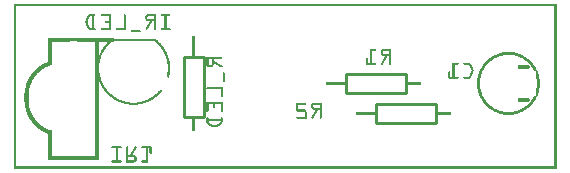
<source format=gbo>
G04 MADE WITH FRITZING*
G04 WWW.FRITZING.ORG*
G04 DOUBLE SIDED*
G04 HOLES PLATED*
G04 CONTOUR ON CENTER OF CONTOUR VECTOR*
%ASAXBY*%
%FSLAX23Y23*%
%MOIN*%
%OFA0B0*%
%SFA1.0B1.0*%
%ADD10C,0.010000*%
%ADD11R,0.001000X0.001000*%
%LNSILK0*%
G90*
G70*
G54D10*
X567Y375D02*
X567Y175D01*
D02*
X567Y175D02*
X633Y175D01*
D02*
X633Y175D02*
X633Y375D01*
D02*
X633Y375D02*
X567Y375D01*
D02*
X1209Y152D02*
X1409Y152D01*
D02*
X1409Y152D02*
X1409Y218D01*
D02*
X1409Y218D02*
X1209Y218D01*
D02*
X1209Y218D02*
X1209Y152D01*
D02*
X1109Y252D02*
X1309Y252D01*
D02*
X1309Y252D02*
X1309Y318D01*
D02*
X1309Y318D02*
X1109Y318D01*
D02*
X1109Y318D02*
X1109Y252D01*
G54D11*
X0Y551D02*
X1810Y551D01*
X0Y550D02*
X1810Y550D01*
X0Y549D02*
X1810Y549D01*
X0Y548D02*
X1810Y548D01*
X0Y547D02*
X1810Y547D01*
X0Y546D02*
X1810Y546D01*
X0Y545D02*
X1810Y545D01*
X0Y544D02*
X1810Y544D01*
X0Y543D02*
X7Y543D01*
X1803Y543D02*
X1810Y543D01*
X0Y542D02*
X7Y542D01*
X1803Y542D02*
X1810Y542D01*
X0Y541D02*
X7Y541D01*
X1803Y541D02*
X1810Y541D01*
X0Y540D02*
X7Y540D01*
X1803Y540D02*
X1810Y540D01*
X0Y539D02*
X7Y539D01*
X1803Y539D02*
X1810Y539D01*
X0Y538D02*
X7Y538D01*
X1803Y538D02*
X1810Y538D01*
X0Y537D02*
X7Y537D01*
X1803Y537D02*
X1810Y537D01*
X0Y536D02*
X7Y536D01*
X1803Y536D02*
X1810Y536D01*
X0Y535D02*
X7Y535D01*
X1803Y535D02*
X1810Y535D01*
X0Y534D02*
X7Y534D01*
X1803Y534D02*
X1810Y534D01*
X0Y533D02*
X7Y533D01*
X1803Y533D02*
X1810Y533D01*
X0Y532D02*
X7Y532D01*
X1803Y532D02*
X1810Y532D01*
X0Y531D02*
X7Y531D01*
X1803Y531D02*
X1810Y531D01*
X0Y530D02*
X7Y530D01*
X1803Y530D02*
X1810Y530D01*
X0Y529D02*
X7Y529D01*
X1803Y529D02*
X1810Y529D01*
X0Y528D02*
X7Y528D01*
X1803Y528D02*
X1810Y528D01*
X0Y527D02*
X7Y527D01*
X1803Y527D02*
X1810Y527D01*
X0Y526D02*
X7Y526D01*
X1803Y526D02*
X1810Y526D01*
X0Y525D02*
X7Y525D01*
X1803Y525D02*
X1810Y525D01*
X0Y524D02*
X7Y524D01*
X1803Y524D02*
X1810Y524D01*
X0Y523D02*
X7Y523D01*
X1803Y523D02*
X1810Y523D01*
X0Y522D02*
X7Y522D01*
X1803Y522D02*
X1810Y522D01*
X0Y521D02*
X7Y521D01*
X1803Y521D02*
X1810Y521D01*
X0Y520D02*
X7Y520D01*
X1803Y520D02*
X1810Y520D01*
X0Y519D02*
X7Y519D01*
X1803Y519D02*
X1810Y519D01*
X0Y518D02*
X7Y518D01*
X1803Y518D02*
X1810Y518D01*
X0Y517D02*
X7Y517D01*
X257Y517D02*
X270Y517D01*
X293Y517D02*
X322Y517D01*
X449Y517D02*
X472Y517D01*
X493Y517D02*
X520Y517D01*
X1803Y517D02*
X1810Y517D01*
X0Y516D02*
X7Y516D01*
X253Y516D02*
X272Y516D01*
X290Y516D02*
X323Y516D01*
X368Y516D02*
X372Y516D01*
X445Y516D02*
X473Y516D01*
X490Y516D02*
X522Y516D01*
X1803Y516D02*
X1810Y516D01*
X0Y515D02*
X7Y515D01*
X251Y515D02*
X272Y515D01*
X290Y515D02*
X323Y515D01*
X367Y515D02*
X372Y515D01*
X444Y515D02*
X473Y515D01*
X490Y515D02*
X522Y515D01*
X1803Y515D02*
X1810Y515D01*
X0Y514D02*
X7Y514D01*
X250Y514D02*
X273Y514D01*
X289Y514D02*
X323Y514D01*
X367Y514D02*
X373Y514D01*
X443Y514D02*
X473Y514D01*
X489Y514D02*
X523Y514D01*
X1803Y514D02*
X1810Y514D01*
X0Y513D02*
X7Y513D01*
X249Y513D02*
X273Y513D01*
X289Y513D02*
X323Y513D01*
X367Y513D02*
X373Y513D01*
X442Y513D02*
X473Y513D01*
X489Y513D02*
X523Y513D01*
X1803Y513D02*
X1810Y513D01*
X0Y512D02*
X7Y512D01*
X249Y512D02*
X272Y512D01*
X290Y512D02*
X323Y512D01*
X367Y512D02*
X373Y512D01*
X441Y512D02*
X473Y512D01*
X490Y512D02*
X522Y512D01*
X1803Y512D02*
X1810Y512D01*
X0Y511D02*
X7Y511D01*
X248Y511D02*
X272Y511D01*
X290Y511D02*
X323Y511D01*
X367Y511D02*
X373Y511D01*
X440Y511D02*
X473Y511D01*
X490Y511D02*
X522Y511D01*
X1803Y511D02*
X1810Y511D01*
X0Y510D02*
X7Y510D01*
X247Y510D02*
X256Y510D01*
X260Y510D02*
X266Y510D01*
X316Y510D02*
X323Y510D01*
X367Y510D02*
X373Y510D01*
X440Y510D02*
X449Y510D01*
X466Y510D02*
X473Y510D01*
X503Y510D02*
X510Y510D01*
X1803Y510D02*
X1810Y510D01*
X0Y509D02*
X7Y509D01*
X247Y509D02*
X254Y509D01*
X260Y509D02*
X266Y509D01*
X317Y509D02*
X323Y509D01*
X367Y509D02*
X373Y509D01*
X440Y509D02*
X446Y509D01*
X467Y509D02*
X473Y509D01*
X503Y509D02*
X509Y509D01*
X1803Y509D02*
X1810Y509D01*
X0Y508D02*
X7Y508D01*
X246Y508D02*
X253Y508D01*
X260Y508D02*
X266Y508D01*
X317Y508D02*
X323Y508D01*
X367Y508D02*
X373Y508D01*
X439Y508D02*
X446Y508D01*
X467Y508D02*
X473Y508D01*
X503Y508D02*
X509Y508D01*
X1803Y508D02*
X1810Y508D01*
X0Y507D02*
X7Y507D01*
X246Y507D02*
X253Y507D01*
X260Y507D02*
X266Y507D01*
X317Y507D02*
X323Y507D01*
X367Y507D02*
X373Y507D01*
X439Y507D02*
X445Y507D01*
X467Y507D02*
X473Y507D01*
X503Y507D02*
X509Y507D01*
X1803Y507D02*
X1810Y507D01*
X0Y506D02*
X7Y506D01*
X245Y506D02*
X252Y506D01*
X260Y506D02*
X266Y506D01*
X317Y506D02*
X323Y506D01*
X367Y506D02*
X373Y506D01*
X439Y506D02*
X445Y506D01*
X467Y506D02*
X473Y506D01*
X503Y506D02*
X509Y506D01*
X1803Y506D02*
X1810Y506D01*
X0Y505D02*
X7Y505D01*
X245Y505D02*
X252Y505D01*
X260Y505D02*
X266Y505D01*
X317Y505D02*
X323Y505D01*
X367Y505D02*
X373Y505D01*
X439Y505D02*
X445Y505D01*
X467Y505D02*
X473Y505D01*
X503Y505D02*
X509Y505D01*
X1803Y505D02*
X1810Y505D01*
X0Y504D02*
X7Y504D01*
X244Y504D02*
X251Y504D01*
X260Y504D02*
X266Y504D01*
X317Y504D02*
X323Y504D01*
X367Y504D02*
X373Y504D01*
X439Y504D02*
X445Y504D01*
X467Y504D02*
X473Y504D01*
X503Y504D02*
X509Y504D01*
X1803Y504D02*
X1810Y504D01*
X0Y503D02*
X7Y503D01*
X244Y503D02*
X251Y503D01*
X260Y503D02*
X266Y503D01*
X317Y503D02*
X323Y503D01*
X367Y503D02*
X373Y503D01*
X439Y503D02*
X445Y503D01*
X467Y503D02*
X473Y503D01*
X503Y503D02*
X509Y503D01*
X1803Y503D02*
X1810Y503D01*
X0Y502D02*
X7Y502D01*
X243Y502D02*
X250Y502D01*
X260Y502D02*
X266Y502D01*
X317Y502D02*
X323Y502D01*
X367Y502D02*
X373Y502D01*
X439Y502D02*
X445Y502D01*
X467Y502D02*
X473Y502D01*
X503Y502D02*
X509Y502D01*
X1803Y502D02*
X1810Y502D01*
X0Y501D02*
X7Y501D01*
X243Y501D02*
X250Y501D01*
X260Y501D02*
X266Y501D01*
X317Y501D02*
X323Y501D01*
X367Y501D02*
X373Y501D01*
X439Y501D02*
X446Y501D01*
X467Y501D02*
X473Y501D01*
X503Y501D02*
X509Y501D01*
X1803Y501D02*
X1810Y501D01*
X0Y500D02*
X7Y500D01*
X242Y500D02*
X249Y500D01*
X260Y500D02*
X266Y500D01*
X317Y500D02*
X323Y500D01*
X367Y500D02*
X373Y500D01*
X440Y500D02*
X447Y500D01*
X467Y500D02*
X473Y500D01*
X503Y500D02*
X509Y500D01*
X1803Y500D02*
X1810Y500D01*
X0Y499D02*
X7Y499D01*
X242Y499D02*
X249Y499D01*
X260Y499D02*
X266Y499D01*
X317Y499D02*
X323Y499D01*
X367Y499D02*
X373Y499D01*
X440Y499D02*
X473Y499D01*
X503Y499D02*
X509Y499D01*
X1803Y499D02*
X1810Y499D01*
X0Y498D02*
X7Y498D01*
X241Y498D02*
X248Y498D01*
X260Y498D02*
X266Y498D01*
X317Y498D02*
X323Y498D01*
X367Y498D02*
X373Y498D01*
X441Y498D02*
X473Y498D01*
X503Y498D02*
X509Y498D01*
X1803Y498D02*
X1810Y498D01*
X0Y497D02*
X7Y497D01*
X241Y497D02*
X248Y497D01*
X260Y497D02*
X266Y497D01*
X317Y497D02*
X323Y497D01*
X367Y497D02*
X373Y497D01*
X441Y497D02*
X473Y497D01*
X503Y497D02*
X509Y497D01*
X1803Y497D02*
X1810Y497D01*
X0Y496D02*
X7Y496D01*
X241Y496D02*
X247Y496D01*
X260Y496D02*
X266Y496D01*
X317Y496D02*
X323Y496D01*
X367Y496D02*
X373Y496D01*
X442Y496D02*
X473Y496D01*
X503Y496D02*
X509Y496D01*
X1803Y496D02*
X1810Y496D01*
X0Y495D02*
X7Y495D01*
X240Y495D02*
X247Y495D01*
X260Y495D02*
X266Y495D01*
X317Y495D02*
X323Y495D01*
X367Y495D02*
X373Y495D01*
X443Y495D02*
X473Y495D01*
X503Y495D02*
X509Y495D01*
X1803Y495D02*
X1810Y495D01*
X0Y494D02*
X7Y494D01*
X240Y494D02*
X246Y494D01*
X260Y494D02*
X266Y494D01*
X317Y494D02*
X323Y494D01*
X367Y494D02*
X373Y494D01*
X444Y494D02*
X473Y494D01*
X503Y494D02*
X509Y494D01*
X1803Y494D02*
X1810Y494D01*
X0Y493D02*
X7Y493D01*
X240Y493D02*
X246Y493D01*
X260Y493D02*
X266Y493D01*
X305Y493D02*
X323Y493D01*
X367Y493D02*
X373Y493D01*
X446Y493D02*
X473Y493D01*
X503Y493D02*
X509Y493D01*
X1803Y493D02*
X1810Y493D01*
X0Y492D02*
X7Y492D01*
X239Y492D02*
X246Y492D01*
X260Y492D02*
X266Y492D01*
X304Y492D02*
X323Y492D01*
X367Y492D02*
X373Y492D01*
X454Y492D02*
X461Y492D01*
X467Y492D02*
X473Y492D01*
X503Y492D02*
X509Y492D01*
X1803Y492D02*
X1810Y492D01*
X0Y491D02*
X7Y491D01*
X239Y491D02*
X245Y491D01*
X260Y491D02*
X266Y491D01*
X303Y491D02*
X323Y491D01*
X367Y491D02*
X373Y491D01*
X453Y491D02*
X460Y491D01*
X467Y491D02*
X473Y491D01*
X503Y491D02*
X509Y491D01*
X1803Y491D02*
X1810Y491D01*
X0Y490D02*
X7Y490D01*
X239Y490D02*
X245Y490D01*
X260Y490D02*
X266Y490D01*
X303Y490D02*
X323Y490D01*
X367Y490D02*
X373Y490D01*
X452Y490D02*
X460Y490D01*
X467Y490D02*
X473Y490D01*
X503Y490D02*
X509Y490D01*
X1803Y490D02*
X1810Y490D01*
X0Y489D02*
X7Y489D01*
X239Y489D02*
X245Y489D01*
X260Y489D02*
X266Y489D01*
X303Y489D02*
X323Y489D01*
X367Y489D02*
X373Y489D01*
X452Y489D02*
X459Y489D01*
X467Y489D02*
X473Y489D01*
X503Y489D02*
X509Y489D01*
X1803Y489D02*
X1810Y489D01*
X0Y488D02*
X7Y488D01*
X239Y488D02*
X246Y488D01*
X260Y488D02*
X266Y488D01*
X304Y488D02*
X323Y488D01*
X367Y488D02*
X373Y488D01*
X451Y488D02*
X459Y488D01*
X467Y488D02*
X473Y488D01*
X503Y488D02*
X509Y488D01*
X1803Y488D02*
X1810Y488D01*
X0Y487D02*
X7Y487D01*
X240Y487D02*
X246Y487D01*
X260Y487D02*
X266Y487D01*
X305Y487D02*
X323Y487D01*
X367Y487D02*
X373Y487D01*
X451Y487D02*
X458Y487D01*
X467Y487D02*
X473Y487D01*
X503Y487D02*
X509Y487D01*
X1803Y487D02*
X1810Y487D01*
X0Y486D02*
X7Y486D01*
X240Y486D02*
X246Y486D01*
X260Y486D02*
X266Y486D01*
X317Y486D02*
X323Y486D01*
X367Y486D02*
X373Y486D01*
X450Y486D02*
X457Y486D01*
X467Y486D02*
X473Y486D01*
X503Y486D02*
X509Y486D01*
X1803Y486D02*
X1810Y486D01*
X0Y485D02*
X7Y485D01*
X240Y485D02*
X247Y485D01*
X260Y485D02*
X266Y485D01*
X317Y485D02*
X323Y485D01*
X367Y485D02*
X373Y485D01*
X450Y485D02*
X457Y485D01*
X467Y485D02*
X473Y485D01*
X503Y485D02*
X509Y485D01*
X1803Y485D02*
X1810Y485D01*
X0Y484D02*
X7Y484D01*
X241Y484D02*
X247Y484D01*
X260Y484D02*
X266Y484D01*
X317Y484D02*
X323Y484D01*
X367Y484D02*
X373Y484D01*
X449Y484D02*
X456Y484D01*
X467Y484D02*
X473Y484D01*
X503Y484D02*
X509Y484D01*
X1803Y484D02*
X1810Y484D01*
X0Y483D02*
X7Y483D01*
X241Y483D02*
X248Y483D01*
X260Y483D02*
X266Y483D01*
X317Y483D02*
X323Y483D01*
X367Y483D02*
X373Y483D01*
X448Y483D02*
X456Y483D01*
X467Y483D02*
X473Y483D01*
X503Y483D02*
X509Y483D01*
X1803Y483D02*
X1810Y483D01*
X0Y482D02*
X7Y482D01*
X241Y482D02*
X248Y482D01*
X260Y482D02*
X266Y482D01*
X317Y482D02*
X323Y482D01*
X367Y482D02*
X373Y482D01*
X448Y482D02*
X455Y482D01*
X467Y482D02*
X473Y482D01*
X503Y482D02*
X509Y482D01*
X1803Y482D02*
X1810Y482D01*
X0Y481D02*
X7Y481D01*
X242Y481D02*
X249Y481D01*
X260Y481D02*
X266Y481D01*
X317Y481D02*
X323Y481D01*
X367Y481D02*
X373Y481D01*
X447Y481D02*
X454Y481D01*
X467Y481D02*
X473Y481D01*
X503Y481D02*
X509Y481D01*
X1803Y481D02*
X1810Y481D01*
X0Y480D02*
X7Y480D01*
X242Y480D02*
X249Y480D01*
X260Y480D02*
X266Y480D01*
X317Y480D02*
X323Y480D01*
X367Y480D02*
X373Y480D01*
X447Y480D02*
X454Y480D01*
X467Y480D02*
X473Y480D01*
X503Y480D02*
X509Y480D01*
X1803Y480D02*
X1810Y480D01*
X0Y479D02*
X7Y479D01*
X243Y479D02*
X250Y479D01*
X260Y479D02*
X266Y479D01*
X317Y479D02*
X323Y479D01*
X367Y479D02*
X373Y479D01*
X446Y479D02*
X453Y479D01*
X467Y479D02*
X473Y479D01*
X503Y479D02*
X509Y479D01*
X1803Y479D02*
X1810Y479D01*
X0Y478D02*
X7Y478D01*
X243Y478D02*
X250Y478D01*
X260Y478D02*
X266Y478D01*
X317Y478D02*
X323Y478D01*
X367Y478D02*
X373Y478D01*
X445Y478D02*
X453Y478D01*
X467Y478D02*
X473Y478D01*
X503Y478D02*
X509Y478D01*
X1803Y478D02*
X1810Y478D01*
X0Y477D02*
X7Y477D01*
X244Y477D02*
X251Y477D01*
X260Y477D02*
X266Y477D01*
X317Y477D02*
X323Y477D01*
X367Y477D02*
X373Y477D01*
X445Y477D02*
X452Y477D01*
X467Y477D02*
X473Y477D01*
X503Y477D02*
X509Y477D01*
X1803Y477D02*
X1810Y477D01*
X0Y476D02*
X7Y476D01*
X244Y476D02*
X251Y476D01*
X260Y476D02*
X266Y476D01*
X317Y476D02*
X323Y476D01*
X367Y476D02*
X373Y476D01*
X444Y476D02*
X452Y476D01*
X467Y476D02*
X473Y476D01*
X503Y476D02*
X509Y476D01*
X1803Y476D02*
X1810Y476D01*
X0Y475D02*
X7Y475D01*
X245Y475D02*
X252Y475D01*
X260Y475D02*
X266Y475D01*
X317Y475D02*
X323Y475D01*
X367Y475D02*
X373Y475D01*
X444Y475D02*
X451Y475D01*
X467Y475D02*
X473Y475D01*
X503Y475D02*
X509Y475D01*
X1803Y475D02*
X1810Y475D01*
X0Y474D02*
X7Y474D01*
X245Y474D02*
X252Y474D01*
X260Y474D02*
X266Y474D01*
X317Y474D02*
X323Y474D01*
X367Y474D02*
X373Y474D01*
X443Y474D02*
X450Y474D01*
X467Y474D02*
X473Y474D01*
X503Y474D02*
X509Y474D01*
X1803Y474D02*
X1810Y474D01*
X0Y473D02*
X7Y473D01*
X246Y473D02*
X253Y473D01*
X260Y473D02*
X266Y473D01*
X317Y473D02*
X323Y473D01*
X367Y473D02*
X373Y473D01*
X443Y473D02*
X450Y473D01*
X467Y473D02*
X473Y473D01*
X503Y473D02*
X509Y473D01*
X1803Y473D02*
X1810Y473D01*
X0Y472D02*
X7Y472D01*
X246Y472D02*
X253Y472D01*
X260Y472D02*
X266Y472D01*
X317Y472D02*
X323Y472D01*
X367Y472D02*
X373Y472D01*
X442Y472D02*
X449Y472D01*
X467Y472D02*
X473Y472D01*
X503Y472D02*
X509Y472D01*
X1803Y472D02*
X1810Y472D01*
X0Y471D02*
X7Y471D01*
X247Y471D02*
X254Y471D01*
X260Y471D02*
X266Y471D01*
X317Y471D02*
X323Y471D01*
X367Y471D02*
X373Y471D01*
X441Y471D02*
X449Y471D01*
X467Y471D02*
X473Y471D01*
X503Y471D02*
X509Y471D01*
X1803Y471D02*
X1810Y471D01*
X0Y470D02*
X7Y470D01*
X247Y470D02*
X256Y470D01*
X260Y470D02*
X266Y470D01*
X317Y470D02*
X323Y470D01*
X367Y470D02*
X373Y470D01*
X441Y470D02*
X448Y470D01*
X467Y470D02*
X473Y470D01*
X503Y470D02*
X509Y470D01*
X1803Y470D02*
X1810Y470D01*
X0Y469D02*
X7Y469D01*
X248Y469D02*
X272Y469D01*
X291Y469D02*
X323Y469D01*
X341Y469D02*
X373Y469D01*
X440Y469D02*
X447Y469D01*
X467Y469D02*
X473Y469D01*
X491Y469D02*
X522Y469D01*
X1803Y469D02*
X1810Y469D01*
X0Y468D02*
X7Y468D01*
X248Y468D02*
X272Y468D01*
X290Y468D02*
X323Y468D01*
X340Y468D02*
X373Y468D01*
X440Y468D02*
X447Y468D01*
X467Y468D02*
X473Y468D01*
X490Y468D02*
X522Y468D01*
X1803Y468D02*
X1810Y468D01*
X0Y467D02*
X7Y467D01*
X249Y467D02*
X273Y467D01*
X289Y467D02*
X323Y467D01*
X339Y467D02*
X373Y467D01*
X439Y467D02*
X446Y467D01*
X467Y467D02*
X473Y467D01*
X489Y467D02*
X523Y467D01*
X1803Y467D02*
X1810Y467D01*
X0Y466D02*
X7Y466D01*
X250Y466D02*
X273Y466D01*
X289Y466D02*
X323Y466D01*
X339Y466D02*
X373Y466D01*
X439Y466D02*
X446Y466D01*
X467Y466D02*
X473Y466D01*
X489Y466D02*
X523Y466D01*
X1803Y466D02*
X1810Y466D01*
X0Y465D02*
X7Y465D01*
X251Y465D02*
X273Y465D01*
X290Y465D02*
X323Y465D01*
X340Y465D02*
X373Y465D01*
X440Y465D02*
X445Y465D01*
X467Y465D02*
X473Y465D01*
X490Y465D02*
X523Y465D01*
X1803Y465D02*
X1810Y465D01*
X0Y464D02*
X7Y464D01*
X253Y464D02*
X272Y464D01*
X290Y464D02*
X323Y464D01*
X340Y464D02*
X373Y464D01*
X440Y464D02*
X444Y464D01*
X468Y464D02*
X472Y464D01*
X490Y464D02*
X522Y464D01*
X1803Y464D02*
X1810Y464D01*
X0Y463D02*
X7Y463D01*
X257Y463D02*
X270Y463D01*
X292Y463D02*
X323Y463D01*
X342Y463D02*
X373Y463D01*
X442Y463D02*
X443Y463D01*
X470Y463D02*
X470Y463D01*
X492Y463D02*
X520Y463D01*
X1803Y463D02*
X1810Y463D01*
X0Y462D02*
X7Y462D01*
X391Y462D02*
X422Y462D01*
X1803Y462D02*
X1810Y462D01*
X0Y461D02*
X7Y461D01*
X390Y461D02*
X422Y461D01*
X1803Y461D02*
X1810Y461D01*
X0Y460D02*
X7Y460D01*
X389Y460D02*
X423Y460D01*
X1803Y460D02*
X1810Y460D01*
X0Y459D02*
X7Y459D01*
X389Y459D02*
X423Y459D01*
X1803Y459D02*
X1810Y459D01*
X0Y458D02*
X7Y458D01*
X390Y458D02*
X423Y458D01*
X1803Y458D02*
X1810Y458D01*
X0Y457D02*
X7Y457D01*
X390Y457D02*
X422Y457D01*
X1803Y457D02*
X1810Y457D01*
X0Y456D02*
X7Y456D01*
X392Y456D02*
X420Y456D01*
X1803Y456D02*
X1810Y456D01*
X0Y455D02*
X7Y455D01*
X1803Y455D02*
X1810Y455D01*
X0Y454D02*
X7Y454D01*
X1803Y454D02*
X1810Y454D01*
X0Y453D02*
X7Y453D01*
X1803Y453D02*
X1810Y453D01*
X0Y452D02*
X7Y452D01*
X1803Y452D02*
X1810Y452D01*
X0Y451D02*
X7Y451D01*
X1803Y451D02*
X1810Y451D01*
X0Y450D02*
X7Y450D01*
X1803Y450D02*
X1810Y450D01*
X0Y449D02*
X7Y449D01*
X1803Y449D02*
X1810Y449D01*
X0Y448D02*
X7Y448D01*
X1803Y448D02*
X1810Y448D01*
X0Y447D02*
X7Y447D01*
X1803Y447D02*
X1810Y447D01*
X0Y446D02*
X7Y446D01*
X1803Y446D02*
X1810Y446D01*
X0Y445D02*
X7Y445D01*
X1803Y445D02*
X1810Y445D01*
X0Y444D02*
X7Y444D01*
X1803Y444D02*
X1810Y444D01*
X0Y443D02*
X7Y443D01*
X1803Y443D02*
X1810Y443D01*
X0Y442D02*
X7Y442D01*
X595Y442D02*
X604Y442D01*
X1803Y442D02*
X1810Y442D01*
X0Y441D02*
X7Y441D01*
X595Y441D02*
X604Y441D01*
X1803Y441D02*
X1810Y441D01*
X0Y440D02*
X7Y440D01*
X595Y440D02*
X604Y440D01*
X1803Y440D02*
X1810Y440D01*
X0Y439D02*
X7Y439D01*
X595Y439D02*
X604Y439D01*
X1803Y439D02*
X1810Y439D01*
X0Y438D02*
X7Y438D01*
X595Y438D02*
X604Y438D01*
X1803Y438D02*
X1810Y438D01*
X0Y437D02*
X7Y437D01*
X114Y437D02*
X333Y437D01*
X595Y437D02*
X604Y437D01*
X1803Y437D02*
X1810Y437D01*
X0Y436D02*
X7Y436D01*
X114Y436D02*
X333Y436D01*
X595Y436D02*
X604Y436D01*
X1803Y436D02*
X1810Y436D01*
X0Y435D02*
X7Y435D01*
X114Y435D02*
X333Y435D01*
X595Y435D02*
X604Y435D01*
X1803Y435D02*
X1810Y435D01*
X0Y434D02*
X7Y434D01*
X114Y434D02*
X471Y434D01*
X595Y434D02*
X604Y434D01*
X1803Y434D02*
X1810Y434D01*
X0Y433D02*
X7Y433D01*
X114Y433D02*
X473Y433D01*
X595Y433D02*
X604Y433D01*
X1803Y433D02*
X1810Y433D01*
X0Y432D02*
X7Y432D01*
X114Y432D02*
X474Y432D01*
X595Y432D02*
X604Y432D01*
X1803Y432D02*
X1810Y432D01*
X0Y431D02*
X7Y431D01*
X114Y431D02*
X475Y431D01*
X595Y431D02*
X604Y431D01*
X1803Y431D02*
X1810Y431D01*
X0Y430D02*
X7Y430D01*
X114Y430D02*
X476Y430D01*
X595Y430D02*
X604Y430D01*
X1803Y430D02*
X1810Y430D01*
X0Y429D02*
X7Y429D01*
X114Y429D02*
X477Y429D01*
X595Y429D02*
X604Y429D01*
X1803Y429D02*
X1810Y429D01*
X0Y428D02*
X7Y428D01*
X114Y428D02*
X479Y428D01*
X595Y428D02*
X604Y428D01*
X1803Y428D02*
X1810Y428D01*
X0Y427D02*
X7Y427D01*
X114Y427D02*
X480Y427D01*
X595Y427D02*
X604Y427D01*
X1803Y427D02*
X1810Y427D01*
X0Y426D02*
X7Y426D01*
X114Y426D02*
X191Y426D01*
X208Y426D02*
X333Y426D01*
X470Y426D02*
X481Y426D01*
X595Y426D02*
X604Y426D01*
X1803Y426D02*
X1810Y426D01*
X0Y425D02*
X7Y425D01*
X114Y425D02*
X187Y425D01*
X211Y425D02*
X333Y425D01*
X471Y425D02*
X482Y425D01*
X595Y425D02*
X604Y425D01*
X1803Y425D02*
X1810Y425D01*
X0Y424D02*
X7Y424D01*
X114Y424D02*
X185Y424D01*
X214Y424D02*
X333Y424D01*
X472Y424D02*
X483Y424D01*
X595Y424D02*
X604Y424D01*
X1803Y424D02*
X1810Y424D01*
X0Y423D02*
X7Y423D01*
X114Y423D02*
X127Y423D01*
X271Y423D02*
X285Y423D01*
X314Y423D02*
X325Y423D01*
X473Y423D02*
X484Y423D01*
X595Y423D02*
X604Y423D01*
X1803Y423D02*
X1810Y423D01*
X0Y422D02*
X7Y422D01*
X114Y422D02*
X127Y422D01*
X272Y422D02*
X284Y422D01*
X313Y422D02*
X324Y422D01*
X475Y422D02*
X485Y422D01*
X595Y422D02*
X604Y422D01*
X1803Y422D02*
X1810Y422D01*
X0Y421D02*
X7Y421D01*
X114Y421D02*
X127Y421D01*
X272Y421D02*
X284Y421D01*
X312Y421D02*
X323Y421D01*
X476Y421D02*
X486Y421D01*
X595Y421D02*
X604Y421D01*
X1803Y421D02*
X1810Y421D01*
X0Y420D02*
X7Y420D01*
X114Y420D02*
X127Y420D01*
X272Y420D02*
X284Y420D01*
X311Y420D02*
X322Y420D01*
X477Y420D02*
X487Y420D01*
X595Y420D02*
X604Y420D01*
X1803Y420D02*
X1810Y420D01*
X0Y419D02*
X7Y419D01*
X114Y419D02*
X127Y419D01*
X272Y419D02*
X284Y419D01*
X311Y419D02*
X321Y419D01*
X478Y419D02*
X488Y419D01*
X595Y419D02*
X604Y419D01*
X1803Y419D02*
X1810Y419D01*
X0Y418D02*
X7Y418D01*
X114Y418D02*
X127Y418D01*
X272Y418D02*
X284Y418D01*
X310Y418D02*
X320Y418D01*
X479Y418D02*
X489Y418D01*
X595Y418D02*
X604Y418D01*
X1803Y418D02*
X1810Y418D01*
X0Y417D02*
X7Y417D01*
X114Y417D02*
X127Y417D01*
X272Y417D02*
X284Y417D01*
X309Y417D02*
X318Y417D01*
X480Y417D02*
X490Y417D01*
X595Y417D02*
X604Y417D01*
X1803Y417D02*
X1810Y417D01*
X0Y416D02*
X7Y416D01*
X114Y416D02*
X127Y416D01*
X272Y416D02*
X284Y416D01*
X308Y416D02*
X317Y416D01*
X481Y416D02*
X491Y416D01*
X595Y416D02*
X604Y416D01*
X1803Y416D02*
X1810Y416D01*
X0Y415D02*
X7Y415D01*
X114Y415D02*
X127Y415D01*
X272Y415D02*
X284Y415D01*
X307Y415D02*
X316Y415D01*
X482Y415D02*
X492Y415D01*
X595Y415D02*
X604Y415D01*
X1803Y415D02*
X1810Y415D01*
X0Y414D02*
X7Y414D01*
X114Y414D02*
X127Y414D01*
X272Y414D02*
X284Y414D01*
X306Y414D02*
X316Y414D01*
X483Y414D02*
X492Y414D01*
X595Y414D02*
X604Y414D01*
X1803Y414D02*
X1810Y414D01*
X0Y413D02*
X7Y413D01*
X114Y413D02*
X127Y413D01*
X272Y413D02*
X284Y413D01*
X305Y413D02*
X315Y413D01*
X484Y413D02*
X493Y413D01*
X595Y413D02*
X604Y413D01*
X1803Y413D02*
X1810Y413D01*
X0Y412D02*
X7Y412D01*
X114Y412D02*
X127Y412D01*
X272Y412D02*
X284Y412D01*
X304Y412D02*
X314Y412D01*
X485Y412D02*
X494Y412D01*
X595Y412D02*
X604Y412D01*
X1803Y412D02*
X1810Y412D01*
X0Y411D02*
X7Y411D01*
X114Y411D02*
X127Y411D01*
X272Y411D02*
X284Y411D01*
X304Y411D02*
X313Y411D01*
X486Y411D02*
X495Y411D01*
X595Y411D02*
X604Y411D01*
X1803Y411D02*
X1810Y411D01*
X0Y410D02*
X7Y410D01*
X114Y410D02*
X127Y410D01*
X272Y410D02*
X284Y410D01*
X303Y410D02*
X312Y410D01*
X486Y410D02*
X496Y410D01*
X595Y410D02*
X604Y410D01*
X1803Y410D02*
X1810Y410D01*
X0Y409D02*
X7Y409D01*
X114Y409D02*
X127Y409D01*
X272Y409D02*
X284Y409D01*
X302Y409D02*
X311Y409D01*
X487Y409D02*
X496Y409D01*
X595Y409D02*
X604Y409D01*
X1803Y409D02*
X1810Y409D01*
X0Y408D02*
X7Y408D01*
X114Y408D02*
X127Y408D01*
X272Y408D02*
X284Y408D01*
X301Y408D02*
X310Y408D01*
X488Y408D02*
X497Y408D01*
X595Y408D02*
X604Y408D01*
X1803Y408D02*
X1810Y408D01*
X0Y407D02*
X7Y407D01*
X114Y407D02*
X127Y407D01*
X272Y407D02*
X284Y407D01*
X301Y407D02*
X309Y407D01*
X489Y407D02*
X498Y407D01*
X595Y407D02*
X604Y407D01*
X1803Y407D02*
X1810Y407D01*
X0Y406D02*
X7Y406D01*
X114Y406D02*
X127Y406D01*
X272Y406D02*
X284Y406D01*
X300Y406D02*
X309Y406D01*
X490Y406D02*
X499Y406D01*
X595Y406D02*
X604Y406D01*
X1803Y406D02*
X1810Y406D01*
X0Y405D02*
X7Y405D01*
X114Y405D02*
X127Y405D01*
X272Y405D02*
X284Y405D01*
X299Y405D02*
X308Y405D01*
X491Y405D02*
X499Y405D01*
X595Y405D02*
X604Y405D01*
X1803Y405D02*
X1810Y405D01*
X0Y404D02*
X7Y404D01*
X114Y404D02*
X127Y404D01*
X272Y404D02*
X284Y404D01*
X299Y404D02*
X307Y404D01*
X491Y404D02*
X500Y404D01*
X595Y404D02*
X604Y404D01*
X1803Y404D02*
X1810Y404D01*
X0Y403D02*
X7Y403D01*
X114Y403D02*
X127Y403D01*
X272Y403D02*
X284Y403D01*
X298Y403D02*
X306Y403D01*
X492Y403D02*
X501Y403D01*
X595Y403D02*
X604Y403D01*
X1803Y403D02*
X1810Y403D01*
X0Y402D02*
X7Y402D01*
X114Y402D02*
X127Y402D01*
X272Y402D02*
X284Y402D01*
X297Y402D02*
X306Y402D01*
X493Y402D02*
X501Y402D01*
X595Y402D02*
X604Y402D01*
X1803Y402D02*
X1810Y402D01*
X0Y401D02*
X7Y401D01*
X114Y401D02*
X127Y401D01*
X272Y401D02*
X284Y401D01*
X297Y401D02*
X305Y401D01*
X493Y401D02*
X502Y401D01*
X595Y401D02*
X604Y401D01*
X1803Y401D02*
X1810Y401D01*
X0Y400D02*
X7Y400D01*
X114Y400D02*
X127Y400D01*
X272Y400D02*
X284Y400D01*
X296Y400D02*
X304Y400D01*
X494Y400D02*
X503Y400D01*
X595Y400D02*
X604Y400D01*
X1188Y400D02*
X1206Y400D01*
X1231Y400D02*
X1258Y400D01*
X1803Y400D02*
X1810Y400D01*
X0Y399D02*
X7Y399D01*
X114Y399D02*
X127Y399D01*
X272Y399D02*
X284Y399D01*
X296Y399D02*
X304Y399D01*
X495Y399D02*
X503Y399D01*
X595Y399D02*
X604Y399D01*
X1188Y399D02*
X1207Y399D01*
X1229Y399D02*
X1258Y399D01*
X1803Y399D02*
X1810Y399D01*
X0Y398D02*
X7Y398D01*
X114Y398D02*
X127Y398D01*
X272Y398D02*
X284Y398D01*
X295Y398D02*
X303Y398D01*
X495Y398D02*
X504Y398D01*
X595Y398D02*
X604Y398D01*
X1188Y398D02*
X1208Y398D01*
X1228Y398D02*
X1258Y398D01*
X1803Y398D02*
X1810Y398D01*
X0Y397D02*
X7Y397D01*
X114Y397D02*
X127Y397D01*
X272Y397D02*
X284Y397D01*
X294Y397D02*
X302Y397D01*
X496Y397D02*
X504Y397D01*
X595Y397D02*
X604Y397D01*
X1188Y397D02*
X1208Y397D01*
X1227Y397D02*
X1258Y397D01*
X1803Y397D02*
X1810Y397D01*
X0Y396D02*
X7Y396D01*
X114Y396D02*
X127Y396D01*
X272Y396D02*
X284Y396D01*
X294Y396D02*
X302Y396D01*
X497Y396D02*
X505Y396D01*
X595Y396D02*
X604Y396D01*
X1188Y396D02*
X1208Y396D01*
X1226Y396D02*
X1258Y396D01*
X1803Y396D02*
X1810Y396D01*
X0Y395D02*
X7Y395D01*
X114Y395D02*
X127Y395D01*
X272Y395D02*
X284Y395D01*
X293Y395D02*
X301Y395D01*
X497Y395D02*
X505Y395D01*
X595Y395D02*
X604Y395D01*
X1188Y395D02*
X1207Y395D01*
X1225Y395D02*
X1258Y395D01*
X1803Y395D02*
X1810Y395D01*
X0Y394D02*
X7Y394D01*
X114Y394D02*
X127Y394D01*
X272Y394D02*
X284Y394D01*
X293Y394D02*
X300Y394D01*
X498Y394D02*
X506Y394D01*
X595Y394D02*
X604Y394D01*
X1188Y394D02*
X1205Y394D01*
X1225Y394D02*
X1258Y394D01*
X1803Y394D02*
X1810Y394D01*
X0Y393D02*
X7Y393D01*
X114Y393D02*
X127Y393D01*
X272Y393D02*
X284Y393D01*
X292Y393D02*
X300Y393D01*
X499Y393D02*
X507Y393D01*
X595Y393D02*
X604Y393D01*
X1188Y393D02*
X1194Y393D01*
X1225Y393D02*
X1232Y393D01*
X1252Y393D02*
X1258Y393D01*
X1803Y393D02*
X1810Y393D01*
X0Y392D02*
X7Y392D01*
X114Y392D02*
X127Y392D01*
X272Y392D02*
X284Y392D01*
X292Y392D02*
X299Y392D01*
X499Y392D02*
X507Y392D01*
X595Y392D02*
X604Y392D01*
X1188Y392D02*
X1194Y392D01*
X1224Y392D02*
X1231Y392D01*
X1252Y392D02*
X1258Y392D01*
X1803Y392D02*
X1810Y392D01*
X0Y391D02*
X7Y391D01*
X114Y391D02*
X127Y391D01*
X272Y391D02*
X284Y391D01*
X291Y391D02*
X299Y391D01*
X500Y391D02*
X508Y391D01*
X595Y391D02*
X604Y391D01*
X1188Y391D02*
X1194Y391D01*
X1224Y391D02*
X1230Y391D01*
X1252Y391D02*
X1258Y391D01*
X1803Y391D02*
X1810Y391D01*
X0Y390D02*
X7Y390D01*
X114Y390D02*
X127Y390D01*
X272Y390D02*
X284Y390D01*
X291Y390D02*
X298Y390D01*
X500Y390D02*
X508Y390D01*
X595Y390D02*
X604Y390D01*
X1188Y390D02*
X1194Y390D01*
X1224Y390D02*
X1230Y390D01*
X1252Y390D02*
X1258Y390D01*
X1648Y390D02*
X1650Y390D01*
X1803Y390D02*
X1810Y390D01*
X0Y389D02*
X7Y389D01*
X114Y389D02*
X127Y389D01*
X272Y389D02*
X284Y389D01*
X290Y389D02*
X298Y389D01*
X501Y389D02*
X509Y389D01*
X595Y389D02*
X604Y389D01*
X1188Y389D02*
X1194Y389D01*
X1224Y389D02*
X1230Y389D01*
X1252Y389D02*
X1258Y389D01*
X1635Y389D02*
X1663Y389D01*
X1803Y389D02*
X1810Y389D01*
X0Y388D02*
X7Y388D01*
X114Y388D02*
X127Y388D01*
X272Y388D02*
X284Y388D01*
X290Y388D02*
X297Y388D01*
X501Y388D02*
X509Y388D01*
X595Y388D02*
X604Y388D01*
X1188Y388D02*
X1194Y388D01*
X1224Y388D02*
X1230Y388D01*
X1252Y388D02*
X1258Y388D01*
X1629Y388D02*
X1669Y388D01*
X1803Y388D02*
X1810Y388D01*
X0Y387D02*
X7Y387D01*
X114Y387D02*
X127Y387D01*
X272Y387D02*
X284Y387D01*
X289Y387D02*
X296Y387D01*
X502Y387D02*
X509Y387D01*
X595Y387D02*
X604Y387D01*
X1188Y387D02*
X1194Y387D01*
X1224Y387D02*
X1230Y387D01*
X1252Y387D02*
X1258Y387D01*
X1625Y387D02*
X1673Y387D01*
X1803Y387D02*
X1810Y387D01*
X0Y386D02*
X7Y386D01*
X114Y386D02*
X127Y386D01*
X272Y386D02*
X284Y386D01*
X289Y386D02*
X296Y386D01*
X502Y386D02*
X510Y386D01*
X595Y386D02*
X604Y386D01*
X1188Y386D02*
X1194Y386D01*
X1224Y386D02*
X1230Y386D01*
X1252Y386D02*
X1258Y386D01*
X1621Y386D02*
X1677Y386D01*
X1803Y386D02*
X1810Y386D01*
X0Y385D02*
X7Y385D01*
X114Y385D02*
X127Y385D01*
X272Y385D02*
X284Y385D01*
X288Y385D02*
X295Y385D01*
X503Y385D02*
X510Y385D01*
X595Y385D02*
X604Y385D01*
X1188Y385D02*
X1194Y385D01*
X1224Y385D02*
X1231Y385D01*
X1252Y385D02*
X1258Y385D01*
X1618Y385D02*
X1680Y385D01*
X1803Y385D02*
X1810Y385D01*
X0Y384D02*
X7Y384D01*
X114Y384D02*
X127Y384D01*
X272Y384D02*
X284Y384D01*
X288Y384D02*
X295Y384D01*
X503Y384D02*
X511Y384D01*
X595Y384D02*
X604Y384D01*
X1188Y384D02*
X1194Y384D01*
X1225Y384D02*
X1232Y384D01*
X1252Y384D02*
X1258Y384D01*
X1615Y384D02*
X1683Y384D01*
X1803Y384D02*
X1810Y384D01*
X0Y383D02*
X7Y383D01*
X114Y383D02*
X127Y383D01*
X272Y383D02*
X284Y383D01*
X287Y383D02*
X295Y383D01*
X504Y383D02*
X511Y383D01*
X595Y383D02*
X604Y383D01*
X1188Y383D02*
X1194Y383D01*
X1225Y383D02*
X1258Y383D01*
X1612Y383D02*
X1686Y383D01*
X1803Y383D02*
X1810Y383D01*
X0Y382D02*
X7Y382D01*
X114Y382D02*
X127Y382D01*
X272Y382D02*
X284Y382D01*
X287Y382D02*
X294Y382D01*
X504Y382D02*
X512Y382D01*
X595Y382D02*
X604Y382D01*
X1188Y382D02*
X1194Y382D01*
X1225Y382D02*
X1258Y382D01*
X1610Y382D02*
X1689Y382D01*
X1803Y382D02*
X1810Y382D01*
X0Y381D02*
X7Y381D01*
X114Y381D02*
X127Y381D01*
X272Y381D02*
X284Y381D01*
X287Y381D02*
X294Y381D01*
X505Y381D02*
X512Y381D01*
X595Y381D02*
X604Y381D01*
X1188Y381D02*
X1194Y381D01*
X1226Y381D02*
X1258Y381D01*
X1608Y381D02*
X1691Y381D01*
X1803Y381D02*
X1810Y381D01*
X0Y380D02*
X7Y380D01*
X114Y380D02*
X127Y380D01*
X272Y380D02*
X284Y380D01*
X286Y380D02*
X293Y380D01*
X505Y380D02*
X512Y380D01*
X595Y380D02*
X604Y380D01*
X1188Y380D02*
X1194Y380D01*
X1227Y380D02*
X1258Y380D01*
X1606Y380D02*
X1647Y380D01*
X1652Y380D02*
X1693Y380D01*
X1803Y380D02*
X1810Y380D01*
X0Y379D02*
X7Y379D01*
X114Y379D02*
X127Y379D01*
X272Y379D02*
X284Y379D01*
X286Y379D02*
X293Y379D01*
X506Y379D02*
X513Y379D01*
X595Y379D02*
X604Y379D01*
X1188Y379D02*
X1194Y379D01*
X1228Y379D02*
X1258Y379D01*
X1604Y379D02*
X1634Y379D01*
X1664Y379D02*
X1695Y379D01*
X1803Y379D02*
X1810Y379D01*
X0Y378D02*
X7Y378D01*
X114Y378D02*
X127Y378D01*
X272Y378D02*
X284Y378D01*
X286Y378D02*
X292Y378D01*
X506Y378D02*
X513Y378D01*
X595Y378D02*
X604Y378D01*
X1188Y378D02*
X1194Y378D01*
X1229Y378D02*
X1258Y378D01*
X1602Y378D02*
X1629Y378D01*
X1670Y378D02*
X1697Y378D01*
X1803Y378D02*
X1810Y378D01*
X0Y377D02*
X7Y377D01*
X114Y377D02*
X127Y377D01*
X272Y377D02*
X292Y377D01*
X506Y377D02*
X514Y377D01*
X595Y377D02*
X604Y377D01*
X1188Y377D02*
X1194Y377D01*
X1231Y377D02*
X1258Y377D01*
X1600Y377D02*
X1624Y377D01*
X1674Y377D02*
X1699Y377D01*
X1803Y377D02*
X1810Y377D01*
X0Y376D02*
X7Y376D01*
X114Y376D02*
X127Y376D01*
X272Y376D02*
X292Y376D01*
X507Y376D02*
X514Y376D01*
X595Y376D02*
X604Y376D01*
X1188Y376D02*
X1194Y376D01*
X1238Y376D02*
X1246Y376D01*
X1251Y376D02*
X1258Y376D01*
X1598Y376D02*
X1621Y376D01*
X1678Y376D02*
X1701Y376D01*
X1803Y376D02*
X1810Y376D01*
X0Y375D02*
X7Y375D01*
X114Y375D02*
X127Y375D01*
X272Y375D02*
X291Y375D01*
X507Y375D02*
X514Y375D01*
X1188Y375D02*
X1194Y375D01*
X1238Y375D02*
X1245Y375D01*
X1252Y375D02*
X1258Y375D01*
X1596Y375D02*
X1618Y375D01*
X1681Y375D02*
X1702Y375D01*
X1803Y375D02*
X1810Y375D01*
X0Y374D02*
X7Y374D01*
X114Y374D02*
X127Y374D01*
X272Y374D02*
X291Y374D01*
X507Y374D02*
X515Y374D01*
X1188Y374D02*
X1194Y374D01*
X1238Y374D02*
X1245Y374D01*
X1252Y374D02*
X1258Y374D01*
X1595Y374D02*
X1615Y374D01*
X1683Y374D02*
X1704Y374D01*
X1803Y374D02*
X1810Y374D01*
X0Y373D02*
X7Y373D01*
X114Y373D02*
X127Y373D01*
X272Y373D02*
X291Y373D01*
X508Y373D02*
X515Y373D01*
X1188Y373D02*
X1194Y373D01*
X1237Y373D02*
X1244Y373D01*
X1252Y373D02*
X1258Y373D01*
X1593Y373D02*
X1612Y373D01*
X1686Y373D02*
X1705Y373D01*
X1803Y373D02*
X1810Y373D01*
X0Y372D02*
X7Y372D01*
X114Y372D02*
X127Y372D01*
X272Y372D02*
X290Y372D01*
X508Y372D02*
X515Y372D01*
X642Y372D02*
X694Y372D01*
X1188Y372D02*
X1194Y372D01*
X1236Y372D02*
X1244Y372D01*
X1252Y372D02*
X1258Y372D01*
X1591Y372D02*
X1610Y372D01*
X1688Y372D02*
X1707Y372D01*
X1803Y372D02*
X1810Y372D01*
X0Y371D02*
X7Y371D01*
X114Y371D02*
X127Y371D01*
X272Y371D02*
X290Y371D01*
X508Y371D02*
X515Y371D01*
X642Y371D02*
X695Y371D01*
X1176Y371D02*
X1178Y371D01*
X1188Y371D02*
X1194Y371D01*
X1236Y371D02*
X1243Y371D01*
X1252Y371D02*
X1258Y371D01*
X1590Y371D02*
X1608Y371D01*
X1691Y371D02*
X1708Y371D01*
X1803Y371D02*
X1810Y371D01*
X0Y370D02*
X7Y370D01*
X114Y370D02*
X127Y370D01*
X272Y370D02*
X290Y370D01*
X509Y370D02*
X516Y370D01*
X642Y370D02*
X696Y370D01*
X1175Y370D02*
X1179Y370D01*
X1188Y370D02*
X1194Y370D01*
X1235Y370D02*
X1242Y370D01*
X1252Y370D02*
X1258Y370D01*
X1589Y370D02*
X1606Y370D01*
X1693Y370D02*
X1710Y370D01*
X1803Y370D02*
X1810Y370D01*
X0Y369D02*
X7Y369D01*
X114Y369D02*
X127Y369D01*
X272Y369D02*
X289Y369D01*
X509Y369D02*
X516Y369D01*
X642Y369D02*
X696Y369D01*
X1174Y369D02*
X1180Y369D01*
X1188Y369D02*
X1194Y369D01*
X1235Y369D02*
X1242Y369D01*
X1252Y369D02*
X1258Y369D01*
X1587Y369D02*
X1604Y369D01*
X1695Y369D02*
X1711Y369D01*
X1803Y369D02*
X1810Y369D01*
X0Y368D02*
X7Y368D01*
X114Y368D02*
X127Y368D01*
X272Y368D02*
X289Y368D01*
X509Y368D02*
X516Y368D01*
X642Y368D02*
X695Y368D01*
X1174Y368D02*
X1180Y368D01*
X1188Y368D02*
X1194Y368D01*
X1234Y368D02*
X1241Y368D01*
X1252Y368D02*
X1258Y368D01*
X1586Y368D02*
X1602Y368D01*
X1697Y368D02*
X1712Y368D01*
X1803Y368D02*
X1810Y368D01*
X0Y367D02*
X7Y367D01*
X114Y367D02*
X127Y367D01*
X272Y367D02*
X289Y367D01*
X510Y367D02*
X517Y367D01*
X642Y367D02*
X695Y367D01*
X1174Y367D02*
X1180Y367D01*
X1188Y367D02*
X1194Y367D01*
X1234Y367D02*
X1241Y367D01*
X1252Y367D02*
X1258Y367D01*
X1585Y367D02*
X1600Y367D01*
X1698Y367D02*
X1714Y367D01*
X1803Y367D02*
X1810Y367D01*
X0Y366D02*
X7Y366D01*
X114Y366D02*
X127Y366D01*
X272Y366D02*
X288Y366D01*
X510Y366D02*
X517Y366D01*
X642Y366D02*
X693Y366D01*
X1174Y366D02*
X1180Y366D01*
X1188Y366D02*
X1194Y366D01*
X1233Y366D02*
X1240Y366D01*
X1252Y366D02*
X1258Y366D01*
X1583Y366D02*
X1599Y366D01*
X1700Y366D02*
X1715Y366D01*
X1803Y366D02*
X1810Y366D01*
X0Y365D02*
X7Y365D01*
X114Y365D02*
X127Y365D01*
X272Y365D02*
X288Y365D01*
X510Y365D02*
X517Y365D01*
X642Y365D02*
X649Y365D01*
X660Y365D02*
X666Y365D01*
X1174Y365D02*
X1180Y365D01*
X1188Y365D02*
X1194Y365D01*
X1232Y365D02*
X1240Y365D01*
X1252Y365D02*
X1258Y365D01*
X1582Y365D02*
X1597Y365D01*
X1701Y365D02*
X1716Y365D01*
X1803Y365D02*
X1810Y365D01*
X0Y364D02*
X7Y364D01*
X114Y364D02*
X127Y364D01*
X272Y364D02*
X288Y364D01*
X511Y364D02*
X517Y364D01*
X642Y364D02*
X649Y364D01*
X660Y364D02*
X666Y364D01*
X1174Y364D02*
X1180Y364D01*
X1188Y364D02*
X1194Y364D01*
X1232Y364D02*
X1239Y364D01*
X1252Y364D02*
X1258Y364D01*
X1581Y364D02*
X1595Y364D01*
X1703Y364D02*
X1717Y364D01*
X1803Y364D02*
X1810Y364D01*
X0Y363D02*
X7Y363D01*
X114Y363D02*
X127Y363D01*
X272Y363D02*
X288Y363D01*
X511Y363D02*
X518Y363D01*
X642Y363D02*
X649Y363D01*
X660Y363D02*
X666Y363D01*
X1174Y363D02*
X1180Y363D01*
X1188Y363D02*
X1194Y363D01*
X1231Y363D02*
X1238Y363D01*
X1252Y363D02*
X1258Y363D01*
X1580Y363D02*
X1594Y363D01*
X1705Y363D02*
X1718Y363D01*
X1803Y363D02*
X1810Y363D01*
X0Y362D02*
X7Y362D01*
X114Y362D02*
X127Y362D01*
X272Y362D02*
X287Y362D01*
X511Y362D02*
X518Y362D01*
X642Y362D02*
X649Y362D01*
X660Y362D02*
X666Y362D01*
X1174Y362D02*
X1180Y362D01*
X1188Y362D02*
X1194Y362D01*
X1231Y362D02*
X1238Y362D01*
X1252Y362D02*
X1258Y362D01*
X1579Y362D02*
X1593Y362D01*
X1706Y362D02*
X1719Y362D01*
X1803Y362D02*
X1810Y362D01*
X0Y361D02*
X7Y361D01*
X114Y361D02*
X127Y361D01*
X272Y361D02*
X287Y361D01*
X511Y361D02*
X518Y361D01*
X642Y361D02*
X649Y361D01*
X660Y361D02*
X666Y361D01*
X1174Y361D02*
X1180Y361D01*
X1188Y361D02*
X1194Y361D01*
X1230Y361D02*
X1237Y361D01*
X1252Y361D02*
X1258Y361D01*
X1578Y361D02*
X1591Y361D01*
X1707Y361D02*
X1721Y361D01*
X1803Y361D02*
X1810Y361D01*
X0Y360D02*
X7Y360D01*
X114Y360D02*
X127Y360D01*
X272Y360D02*
X287Y360D01*
X512Y360D02*
X518Y360D01*
X642Y360D02*
X649Y360D01*
X660Y360D02*
X668Y360D01*
X1174Y360D02*
X1180Y360D01*
X1188Y360D02*
X1194Y360D01*
X1229Y360D02*
X1237Y360D01*
X1252Y360D02*
X1258Y360D01*
X1577Y360D02*
X1590Y360D01*
X1709Y360D02*
X1722Y360D01*
X1803Y360D02*
X1810Y360D01*
X0Y359D02*
X7Y359D01*
X114Y359D02*
X127Y359D01*
X272Y359D02*
X287Y359D01*
X512Y359D02*
X518Y359D01*
X642Y359D02*
X649Y359D01*
X660Y359D02*
X670Y359D01*
X1174Y359D02*
X1180Y359D01*
X1188Y359D02*
X1194Y359D01*
X1229Y359D02*
X1236Y359D01*
X1252Y359D02*
X1258Y359D01*
X1576Y359D02*
X1589Y359D01*
X1710Y359D02*
X1723Y359D01*
X1803Y359D02*
X1810Y359D01*
X0Y358D02*
X7Y358D01*
X114Y358D02*
X127Y358D01*
X272Y358D02*
X286Y358D01*
X512Y358D02*
X519Y358D01*
X642Y358D02*
X649Y358D01*
X660Y358D02*
X671Y358D01*
X1174Y358D02*
X1180Y358D01*
X1188Y358D02*
X1194Y358D01*
X1228Y358D02*
X1235Y358D01*
X1252Y358D02*
X1258Y358D01*
X1575Y358D02*
X1587Y358D01*
X1711Y358D02*
X1724Y358D01*
X1803Y358D02*
X1810Y358D01*
X0Y357D02*
X7Y357D01*
X114Y357D02*
X127Y357D01*
X272Y357D02*
X286Y357D01*
X512Y357D02*
X519Y357D01*
X642Y357D02*
X649Y357D01*
X660Y357D02*
X673Y357D01*
X1174Y357D02*
X1180Y357D01*
X1188Y357D02*
X1194Y357D01*
X1228Y357D02*
X1235Y357D01*
X1252Y357D02*
X1258Y357D01*
X1574Y357D02*
X1586Y357D01*
X1712Y357D02*
X1725Y357D01*
X1803Y357D02*
X1810Y357D01*
X0Y356D02*
X7Y356D01*
X112Y356D02*
X127Y356D01*
X272Y356D02*
X286Y356D01*
X512Y356D02*
X519Y356D01*
X642Y356D02*
X649Y356D01*
X660Y356D02*
X675Y356D01*
X1174Y356D02*
X1180Y356D01*
X1188Y356D02*
X1194Y356D01*
X1227Y356D02*
X1234Y356D01*
X1252Y356D02*
X1258Y356D01*
X1573Y356D02*
X1585Y356D01*
X1713Y356D02*
X1725Y356D01*
X1803Y356D02*
X1810Y356D01*
X0Y355D02*
X7Y355D01*
X110Y355D02*
X127Y355D01*
X272Y355D02*
X286Y355D01*
X512Y355D02*
X519Y355D01*
X642Y355D02*
X649Y355D01*
X660Y355D02*
X676Y355D01*
X1174Y355D02*
X1180Y355D01*
X1188Y355D02*
X1194Y355D01*
X1227Y355D02*
X1234Y355D01*
X1252Y355D02*
X1258Y355D01*
X1572Y355D02*
X1584Y355D01*
X1714Y355D02*
X1726Y355D01*
X1803Y355D02*
X1810Y355D01*
X0Y354D02*
X7Y354D01*
X107Y354D02*
X127Y354D01*
X272Y354D02*
X286Y354D01*
X513Y354D02*
X519Y354D01*
X642Y354D02*
X649Y354D01*
X660Y354D02*
X678Y354D01*
X1174Y354D02*
X1180Y354D01*
X1188Y354D02*
X1194Y354D01*
X1226Y354D02*
X1233Y354D01*
X1252Y354D02*
X1258Y354D01*
X1463Y354D02*
X1481Y354D01*
X1501Y354D02*
X1519Y354D01*
X1571Y354D02*
X1583Y354D01*
X1716Y354D02*
X1727Y354D01*
X1803Y354D02*
X1810Y354D01*
X0Y353D02*
X7Y353D01*
X105Y353D02*
X127Y353D01*
X272Y353D02*
X286Y353D01*
X513Y353D02*
X519Y353D01*
X642Y353D02*
X649Y353D01*
X660Y353D02*
X680Y353D01*
X1174Y353D02*
X1206Y353D01*
X1225Y353D02*
X1233Y353D01*
X1252Y353D02*
X1258Y353D01*
X1463Y353D02*
X1482Y353D01*
X1500Y353D02*
X1521Y353D01*
X1570Y353D02*
X1582Y353D01*
X1717Y353D02*
X1728Y353D01*
X1803Y353D02*
X1810Y353D01*
X0Y352D02*
X7Y352D01*
X103Y352D02*
X127Y352D01*
X272Y352D02*
X285Y352D01*
X513Y352D02*
X519Y352D01*
X642Y352D02*
X649Y352D01*
X660Y352D02*
X666Y352D01*
X668Y352D02*
X682Y352D01*
X1174Y352D02*
X1207Y352D01*
X1225Y352D02*
X1232Y352D01*
X1252Y352D02*
X1258Y352D01*
X1463Y352D02*
X1483Y352D01*
X1499Y352D02*
X1522Y352D01*
X1569Y352D02*
X1581Y352D01*
X1718Y352D02*
X1729Y352D01*
X1803Y352D02*
X1810Y352D01*
X0Y351D02*
X7Y351D01*
X101Y351D02*
X127Y351D01*
X272Y351D02*
X285Y351D01*
X513Y351D02*
X520Y351D01*
X642Y351D02*
X649Y351D01*
X660Y351D02*
X666Y351D01*
X670Y351D02*
X683Y351D01*
X1174Y351D02*
X1208Y351D01*
X1224Y351D02*
X1231Y351D01*
X1252Y351D02*
X1258Y351D01*
X1463Y351D02*
X1483Y351D01*
X1499Y351D02*
X1523Y351D01*
X1569Y351D02*
X1580Y351D01*
X1719Y351D02*
X1730Y351D01*
X1803Y351D02*
X1810Y351D01*
X0Y350D02*
X7Y350D01*
X99Y350D02*
X127Y350D01*
X272Y350D02*
X285Y350D01*
X513Y350D02*
X520Y350D01*
X642Y350D02*
X649Y350D01*
X660Y350D02*
X666Y350D01*
X672Y350D02*
X685Y350D01*
X1174Y350D02*
X1208Y350D01*
X1224Y350D02*
X1231Y350D01*
X1252Y350D02*
X1258Y350D01*
X1463Y350D02*
X1482Y350D01*
X1500Y350D02*
X1523Y350D01*
X1568Y350D02*
X1579Y350D01*
X1719Y350D02*
X1731Y350D01*
X1803Y350D02*
X1810Y350D01*
X0Y349D02*
X7Y349D01*
X97Y349D02*
X127Y349D01*
X272Y349D02*
X285Y349D01*
X513Y349D02*
X520Y349D01*
X642Y349D02*
X649Y349D01*
X660Y349D02*
X666Y349D01*
X674Y349D02*
X687Y349D01*
X1175Y349D02*
X1208Y349D01*
X1225Y349D02*
X1230Y349D01*
X1252Y349D02*
X1258Y349D01*
X1463Y349D02*
X1482Y349D01*
X1500Y349D02*
X1524Y349D01*
X1567Y349D02*
X1578Y349D01*
X1720Y349D02*
X1731Y349D01*
X1803Y349D02*
X1810Y349D01*
X0Y348D02*
X7Y348D01*
X96Y348D02*
X127Y348D01*
X272Y348D02*
X285Y348D01*
X514Y348D02*
X520Y348D01*
X643Y348D02*
X649Y348D01*
X660Y348D02*
X666Y348D01*
X675Y348D02*
X688Y348D01*
X1175Y348D02*
X1207Y348D01*
X1225Y348D02*
X1229Y348D01*
X1253Y348D02*
X1257Y348D01*
X1463Y348D02*
X1480Y348D01*
X1502Y348D02*
X1525Y348D01*
X1566Y348D02*
X1577Y348D01*
X1721Y348D02*
X1732Y348D01*
X1803Y348D02*
X1810Y348D01*
X0Y347D02*
X7Y347D01*
X94Y347D02*
X127Y347D01*
X272Y347D02*
X285Y347D01*
X514Y347D02*
X520Y347D01*
X643Y347D02*
X649Y347D01*
X660Y347D02*
X666Y347D01*
X677Y347D02*
X690Y347D01*
X1176Y347D02*
X1206Y347D01*
X1226Y347D02*
X1228Y347D01*
X1254Y347D02*
X1256Y347D01*
X1463Y347D02*
X1469Y347D01*
X1518Y347D02*
X1525Y347D01*
X1566Y347D02*
X1576Y347D01*
X1722Y347D02*
X1733Y347D01*
X1803Y347D02*
X1810Y347D01*
X0Y346D02*
X7Y346D01*
X92Y346D02*
X125Y346D01*
X272Y346D02*
X285Y346D01*
X514Y346D02*
X520Y346D01*
X643Y346D02*
X650Y346D01*
X659Y346D02*
X666Y346D01*
X679Y346D02*
X692Y346D01*
X1463Y346D02*
X1469Y346D01*
X1519Y346D02*
X1526Y346D01*
X1565Y346D02*
X1575Y346D01*
X1723Y346D02*
X1734Y346D01*
X1803Y346D02*
X1810Y346D01*
X0Y345D02*
X7Y345D01*
X91Y345D02*
X121Y345D01*
X272Y345D02*
X285Y345D01*
X514Y345D02*
X520Y345D01*
X643Y345D02*
X665Y345D01*
X680Y345D02*
X694Y345D01*
X1463Y345D02*
X1469Y345D01*
X1519Y345D02*
X1526Y345D01*
X1564Y345D02*
X1575Y345D01*
X1682Y345D02*
X1716Y345D01*
X1724Y345D02*
X1734Y345D01*
X1803Y345D02*
X1810Y345D01*
X0Y344D02*
X7Y344D01*
X89Y344D02*
X118Y344D01*
X272Y344D02*
X285Y344D01*
X514Y344D02*
X520Y344D01*
X644Y344D02*
X665Y344D01*
X682Y344D02*
X695Y344D01*
X1463Y344D02*
X1469Y344D01*
X1520Y344D02*
X1527Y344D01*
X1563Y344D02*
X1574Y344D01*
X1681Y344D02*
X1717Y344D01*
X1725Y344D02*
X1735Y344D01*
X1803Y344D02*
X1810Y344D01*
X0Y343D02*
X7Y343D01*
X88Y343D02*
X116Y343D01*
X272Y343D02*
X285Y343D01*
X514Y343D02*
X520Y343D01*
X644Y343D02*
X664Y343D01*
X684Y343D02*
X695Y343D01*
X1463Y343D02*
X1469Y343D01*
X1520Y343D02*
X1527Y343D01*
X1563Y343D02*
X1573Y343D01*
X1680Y343D02*
X1718Y343D01*
X1725Y343D02*
X1736Y343D01*
X1803Y343D02*
X1810Y343D01*
X0Y342D02*
X7Y342D01*
X86Y342D02*
X113Y342D01*
X272Y342D02*
X284Y342D01*
X514Y342D02*
X520Y342D01*
X645Y342D02*
X664Y342D01*
X686Y342D02*
X696Y342D01*
X1463Y342D02*
X1469Y342D01*
X1521Y342D02*
X1528Y342D01*
X1562Y342D02*
X1572Y342D01*
X1680Y342D02*
X1719Y342D01*
X1726Y342D02*
X1737Y342D01*
X1803Y342D02*
X1810Y342D01*
X0Y341D02*
X7Y341D01*
X85Y341D02*
X111Y341D01*
X272Y341D02*
X284Y341D01*
X514Y341D02*
X520Y341D01*
X646Y341D02*
X663Y341D01*
X687Y341D02*
X696Y341D01*
X1463Y341D02*
X1469Y341D01*
X1521Y341D02*
X1528Y341D01*
X1561Y341D02*
X1572Y341D01*
X1679Y341D02*
X1719Y341D01*
X1727Y341D02*
X1737Y341D01*
X1803Y341D02*
X1810Y341D01*
X0Y340D02*
X7Y340D01*
X84Y340D02*
X109Y340D01*
X272Y340D02*
X284Y340D01*
X514Y340D02*
X520Y340D01*
X647Y340D02*
X661Y340D01*
X689Y340D02*
X695Y340D01*
X1463Y340D02*
X1469Y340D01*
X1522Y340D02*
X1529Y340D01*
X1561Y340D02*
X1571Y340D01*
X1679Y340D02*
X1719Y340D01*
X1728Y340D02*
X1738Y340D01*
X1803Y340D02*
X1810Y340D01*
X0Y339D02*
X7Y339D01*
X82Y339D02*
X107Y339D01*
X272Y339D02*
X284Y339D01*
X514Y339D02*
X520Y339D01*
X649Y339D02*
X660Y339D01*
X691Y339D02*
X694Y339D01*
X1463Y339D02*
X1469Y339D01*
X1522Y339D02*
X1529Y339D01*
X1560Y339D02*
X1570Y339D01*
X1679Y339D02*
X1719Y339D01*
X1728Y339D02*
X1738Y339D01*
X1803Y339D02*
X1810Y339D01*
X0Y338D02*
X7Y338D01*
X81Y338D02*
X105Y338D01*
X272Y338D02*
X284Y338D01*
X514Y338D02*
X520Y338D01*
X1463Y338D02*
X1469Y338D01*
X1523Y338D02*
X1530Y338D01*
X1560Y338D02*
X1569Y338D01*
X1680Y338D02*
X1719Y338D01*
X1729Y338D02*
X1739Y338D01*
X1803Y338D02*
X1810Y338D01*
X0Y337D02*
X7Y337D01*
X80Y337D02*
X103Y337D01*
X272Y337D02*
X284Y337D01*
X514Y337D02*
X521Y337D01*
X1463Y337D02*
X1469Y337D01*
X1523Y337D02*
X1530Y337D01*
X1559Y337D02*
X1569Y337D01*
X1680Y337D02*
X1718Y337D01*
X1730Y337D02*
X1740Y337D01*
X1803Y337D02*
X1810Y337D01*
X0Y336D02*
X7Y336D01*
X79Y336D02*
X101Y336D01*
X272Y336D02*
X284Y336D01*
X514Y336D02*
X521Y336D01*
X1463Y336D02*
X1469Y336D01*
X1524Y336D02*
X1531Y336D01*
X1558Y336D02*
X1568Y336D01*
X1681Y336D02*
X1717Y336D01*
X1730Y336D02*
X1740Y336D01*
X1803Y336D02*
X1810Y336D01*
X0Y335D02*
X7Y335D01*
X77Y335D02*
X100Y335D01*
X272Y335D02*
X284Y335D01*
X514Y335D02*
X521Y335D01*
X1463Y335D02*
X1469Y335D01*
X1524Y335D02*
X1531Y335D01*
X1558Y335D02*
X1568Y335D01*
X1683Y335D02*
X1716Y335D01*
X1731Y335D02*
X1741Y335D01*
X1803Y335D02*
X1810Y335D01*
X0Y334D02*
X7Y334D01*
X76Y334D02*
X98Y334D01*
X272Y334D02*
X284Y334D01*
X514Y334D02*
X520Y334D01*
X1463Y334D02*
X1469Y334D01*
X1525Y334D02*
X1531Y334D01*
X1557Y334D02*
X1567Y334D01*
X1731Y334D02*
X1741Y334D01*
X1803Y334D02*
X1810Y334D01*
X0Y333D02*
X7Y333D01*
X75Y333D02*
X97Y333D01*
X272Y333D02*
X284Y333D01*
X514Y333D02*
X520Y333D01*
X1463Y333D02*
X1469Y333D01*
X1525Y333D02*
X1532Y333D01*
X1557Y333D02*
X1566Y333D01*
X1732Y333D02*
X1742Y333D01*
X1803Y333D02*
X1810Y333D01*
X0Y332D02*
X7Y332D01*
X74Y332D02*
X95Y332D01*
X272Y332D02*
X284Y332D01*
X514Y332D02*
X520Y332D01*
X1463Y332D02*
X1469Y332D01*
X1526Y332D02*
X1532Y332D01*
X1556Y332D02*
X1566Y332D01*
X1733Y332D02*
X1742Y332D01*
X1803Y332D02*
X1810Y332D01*
X0Y331D02*
X7Y331D01*
X73Y331D02*
X94Y331D01*
X272Y331D02*
X284Y331D01*
X514Y331D02*
X520Y331D01*
X1463Y331D02*
X1469Y331D01*
X1526Y331D02*
X1532Y331D01*
X1556Y331D02*
X1565Y331D01*
X1733Y331D02*
X1743Y331D01*
X1803Y331D02*
X1810Y331D01*
X0Y330D02*
X7Y330D01*
X72Y330D02*
X92Y330D01*
X272Y330D02*
X284Y330D01*
X514Y330D02*
X520Y330D01*
X1463Y330D02*
X1469Y330D01*
X1526Y330D02*
X1533Y330D01*
X1555Y330D02*
X1565Y330D01*
X1734Y330D02*
X1743Y330D01*
X1803Y330D02*
X1810Y330D01*
X0Y329D02*
X7Y329D01*
X71Y329D02*
X91Y329D01*
X272Y329D02*
X285Y329D01*
X514Y329D02*
X520Y329D01*
X1463Y329D02*
X1469Y329D01*
X1527Y329D02*
X1533Y329D01*
X1555Y329D02*
X1564Y329D01*
X1734Y329D02*
X1744Y329D01*
X1803Y329D02*
X1810Y329D01*
X0Y328D02*
X7Y328D01*
X70Y328D02*
X90Y328D01*
X272Y328D02*
X285Y328D01*
X514Y328D02*
X520Y328D01*
X1463Y328D02*
X1469Y328D01*
X1527Y328D02*
X1533Y328D01*
X1554Y328D02*
X1564Y328D01*
X1735Y328D02*
X1744Y328D01*
X1803Y328D02*
X1810Y328D01*
X0Y327D02*
X7Y327D01*
X69Y327D02*
X88Y327D01*
X272Y327D02*
X285Y327D01*
X514Y327D02*
X520Y327D01*
X1463Y327D02*
X1469Y327D01*
X1527Y327D02*
X1533Y327D01*
X1554Y327D02*
X1563Y327D01*
X1742Y327D02*
X1745Y327D01*
X1803Y327D02*
X1810Y327D01*
X0Y326D02*
X7Y326D01*
X68Y326D02*
X87Y326D01*
X272Y326D02*
X285Y326D01*
X514Y326D02*
X520Y326D01*
X1463Y326D02*
X1469Y326D01*
X1527Y326D02*
X1533Y326D01*
X1553Y326D02*
X1563Y326D01*
X1742Y326D02*
X1745Y326D01*
X1803Y326D02*
X1810Y326D01*
X0Y325D02*
X7Y325D01*
X67Y325D02*
X86Y325D01*
X272Y325D02*
X285Y325D01*
X514Y325D02*
X520Y325D01*
X1451Y325D02*
X1453Y325D01*
X1463Y325D02*
X1469Y325D01*
X1526Y325D02*
X1532Y325D01*
X1553Y325D02*
X1562Y325D01*
X1742Y325D02*
X1746Y325D01*
X1803Y325D02*
X1810Y325D01*
X0Y324D02*
X7Y324D01*
X66Y324D02*
X85Y324D01*
X272Y324D02*
X285Y324D01*
X514Y324D02*
X520Y324D01*
X1450Y324D02*
X1454Y324D01*
X1463Y324D02*
X1469Y324D01*
X1526Y324D02*
X1532Y324D01*
X1552Y324D02*
X1562Y324D01*
X1742Y324D02*
X1746Y324D01*
X1803Y324D02*
X1810Y324D01*
X0Y323D02*
X7Y323D01*
X65Y323D02*
X84Y323D01*
X272Y323D02*
X285Y323D01*
X513Y323D02*
X520Y323D01*
X1449Y323D02*
X1455Y323D01*
X1463Y323D02*
X1469Y323D01*
X1525Y323D02*
X1532Y323D01*
X1552Y323D02*
X1561Y323D01*
X1742Y323D02*
X1746Y323D01*
X1803Y323D02*
X1810Y323D01*
X0Y322D02*
X7Y322D01*
X64Y322D02*
X83Y322D01*
X272Y322D02*
X285Y322D01*
X513Y322D02*
X520Y322D01*
X698Y322D02*
X701Y322D01*
X1449Y322D02*
X1455Y322D01*
X1463Y322D02*
X1469Y322D01*
X1525Y322D02*
X1532Y322D01*
X1552Y322D02*
X1561Y322D01*
X1742Y322D02*
X1747Y322D01*
X1803Y322D02*
X1810Y322D01*
X0Y321D02*
X7Y321D01*
X64Y321D02*
X82Y321D01*
X272Y321D02*
X285Y321D01*
X513Y321D02*
X520Y321D01*
X697Y321D02*
X702Y321D01*
X1449Y321D02*
X1455Y321D01*
X1463Y321D02*
X1469Y321D01*
X1524Y321D02*
X1531Y321D01*
X1551Y321D02*
X1561Y321D01*
X1742Y321D02*
X1747Y321D01*
X1803Y321D02*
X1810Y321D01*
X0Y320D02*
X7Y320D01*
X63Y320D02*
X81Y320D01*
X272Y320D02*
X285Y320D01*
X513Y320D02*
X519Y320D01*
X697Y320D02*
X703Y320D01*
X1449Y320D02*
X1455Y320D01*
X1463Y320D02*
X1469Y320D01*
X1524Y320D02*
X1531Y320D01*
X1551Y320D02*
X1560Y320D01*
X1742Y320D02*
X1748Y320D01*
X1803Y320D02*
X1810Y320D01*
X0Y319D02*
X7Y319D01*
X62Y319D02*
X80Y319D01*
X272Y319D02*
X286Y319D01*
X513Y319D02*
X519Y319D01*
X697Y319D02*
X703Y319D01*
X1449Y319D02*
X1455Y319D01*
X1463Y319D02*
X1469Y319D01*
X1523Y319D02*
X1530Y319D01*
X1551Y319D02*
X1560Y319D01*
X1742Y319D02*
X1748Y319D01*
X1803Y319D02*
X1810Y319D01*
X0Y318D02*
X7Y318D01*
X61Y318D02*
X78Y318D01*
X272Y318D02*
X286Y318D01*
X513Y318D02*
X519Y318D01*
X697Y318D02*
X703Y318D01*
X1449Y318D02*
X1455Y318D01*
X1463Y318D02*
X1469Y318D01*
X1523Y318D02*
X1530Y318D01*
X1550Y318D02*
X1560Y318D01*
X1742Y318D02*
X1748Y318D01*
X1803Y318D02*
X1810Y318D01*
X0Y317D02*
X7Y317D01*
X60Y317D02*
X78Y317D01*
X272Y317D02*
X286Y317D01*
X513Y317D02*
X519Y317D01*
X697Y317D02*
X703Y317D01*
X1449Y317D02*
X1455Y317D01*
X1463Y317D02*
X1469Y317D01*
X1522Y317D02*
X1529Y317D01*
X1550Y317D02*
X1559Y317D01*
X1742Y317D02*
X1749Y317D01*
X1803Y317D02*
X1810Y317D01*
X0Y316D02*
X7Y316D01*
X60Y316D02*
X77Y316D01*
X272Y316D02*
X286Y316D01*
X512Y316D02*
X519Y316D01*
X697Y316D02*
X703Y316D01*
X1449Y316D02*
X1455Y316D01*
X1463Y316D02*
X1469Y316D01*
X1522Y316D02*
X1529Y316D01*
X1550Y316D02*
X1559Y316D01*
X1742Y316D02*
X1749Y316D01*
X1803Y316D02*
X1810Y316D01*
X0Y315D02*
X7Y315D01*
X59Y315D02*
X76Y315D01*
X272Y315D02*
X286Y315D01*
X512Y315D02*
X519Y315D01*
X697Y315D02*
X703Y315D01*
X1449Y315D02*
X1455Y315D01*
X1463Y315D02*
X1469Y315D01*
X1521Y315D02*
X1528Y315D01*
X1549Y315D02*
X1558Y315D01*
X1742Y315D02*
X1749Y315D01*
X1803Y315D02*
X1810Y315D01*
X0Y314D02*
X7Y314D01*
X58Y314D02*
X75Y314D01*
X272Y314D02*
X286Y314D01*
X512Y314D02*
X519Y314D01*
X697Y314D02*
X703Y314D01*
X1449Y314D02*
X1455Y314D01*
X1463Y314D02*
X1469Y314D01*
X1521Y314D02*
X1528Y314D01*
X1549Y314D02*
X1558Y314D01*
X1742Y314D02*
X1750Y314D01*
X1803Y314D02*
X1810Y314D01*
X0Y313D02*
X7Y313D01*
X58Y313D02*
X74Y313D01*
X272Y313D02*
X287Y313D01*
X512Y313D02*
X518Y313D01*
X697Y313D02*
X703Y313D01*
X1449Y313D02*
X1455Y313D01*
X1463Y313D02*
X1469Y313D01*
X1520Y313D02*
X1527Y313D01*
X1549Y313D02*
X1558Y313D01*
X1742Y313D02*
X1750Y313D01*
X1803Y313D02*
X1810Y313D01*
X0Y312D02*
X7Y312D01*
X57Y312D02*
X73Y312D01*
X272Y312D02*
X287Y312D01*
X512Y312D02*
X518Y312D01*
X697Y312D02*
X703Y312D01*
X1449Y312D02*
X1455Y312D01*
X1463Y312D02*
X1469Y312D01*
X1520Y312D02*
X1527Y312D01*
X1548Y312D02*
X1558Y312D01*
X1742Y312D02*
X1750Y312D01*
X1803Y312D02*
X1810Y312D01*
X0Y311D02*
X7Y311D01*
X56Y311D02*
X72Y311D01*
X272Y311D02*
X287Y311D01*
X511Y311D02*
X518Y311D01*
X697Y311D02*
X703Y311D01*
X1449Y311D02*
X1455Y311D01*
X1463Y311D02*
X1469Y311D01*
X1519Y311D02*
X1526Y311D01*
X1548Y311D02*
X1557Y311D01*
X1742Y311D02*
X1750Y311D01*
X1803Y311D02*
X1810Y311D01*
X0Y310D02*
X7Y310D01*
X56Y310D02*
X72Y310D01*
X272Y310D02*
X287Y310D01*
X511Y310D02*
X518Y310D01*
X697Y310D02*
X703Y310D01*
X1449Y310D02*
X1455Y310D01*
X1463Y310D02*
X1469Y310D01*
X1519Y310D02*
X1526Y310D01*
X1548Y310D02*
X1557Y310D01*
X1742Y310D02*
X1751Y310D01*
X1803Y310D02*
X1810Y310D01*
X0Y309D02*
X7Y309D01*
X55Y309D02*
X71Y309D01*
X272Y309D02*
X288Y309D01*
X511Y309D02*
X517Y309D01*
X697Y309D02*
X703Y309D01*
X1449Y309D02*
X1455Y309D01*
X1463Y309D02*
X1469Y309D01*
X1518Y309D02*
X1525Y309D01*
X1548Y309D02*
X1557Y309D01*
X1742Y309D02*
X1751Y309D01*
X1803Y309D02*
X1810Y309D01*
X0Y308D02*
X7Y308D01*
X54Y308D02*
X70Y308D01*
X272Y308D02*
X288Y308D01*
X511Y308D02*
X517Y308D01*
X697Y308D02*
X703Y308D01*
X1449Y308D02*
X1455Y308D01*
X1463Y308D02*
X1469Y308D01*
X1517Y308D02*
X1525Y308D01*
X1547Y308D02*
X1556Y308D01*
X1742Y308D02*
X1751Y308D01*
X1803Y308D02*
X1810Y308D01*
X0Y307D02*
X7Y307D01*
X54Y307D02*
X69Y307D01*
X272Y307D02*
X288Y307D01*
X511Y307D02*
X517Y307D01*
X697Y307D02*
X703Y307D01*
X1449Y307D02*
X1481Y307D01*
X1501Y307D02*
X1524Y307D01*
X1547Y307D02*
X1556Y307D01*
X1742Y307D02*
X1751Y307D01*
X1803Y307D02*
X1810Y307D01*
X0Y306D02*
X7Y306D01*
X53Y306D02*
X69Y306D01*
X272Y306D02*
X288Y306D01*
X513Y306D02*
X517Y306D01*
X697Y306D02*
X703Y306D01*
X1449Y306D02*
X1482Y306D01*
X1500Y306D02*
X1524Y306D01*
X1547Y306D02*
X1556Y306D01*
X1742Y306D02*
X1752Y306D01*
X1803Y306D02*
X1810Y306D01*
X0Y305D02*
X7Y305D01*
X53Y305D02*
X68Y305D01*
X272Y305D02*
X289Y305D01*
X514Y305D02*
X517Y305D01*
X697Y305D02*
X703Y305D01*
X1449Y305D02*
X1483Y305D01*
X1499Y305D02*
X1523Y305D01*
X1547Y305D02*
X1556Y305D01*
X1743Y305D02*
X1752Y305D01*
X1803Y305D02*
X1810Y305D01*
X0Y304D02*
X7Y304D01*
X52Y304D02*
X67Y304D01*
X272Y304D02*
X289Y304D01*
X515Y304D02*
X516Y304D01*
X697Y304D02*
X703Y304D01*
X1449Y304D02*
X1483Y304D01*
X1499Y304D02*
X1522Y304D01*
X1547Y304D02*
X1556Y304D01*
X1743Y304D02*
X1752Y304D01*
X1803Y304D02*
X1810Y304D01*
X0Y303D02*
X7Y303D01*
X51Y303D02*
X67Y303D01*
X272Y303D02*
X289Y303D01*
X516Y303D02*
X516Y303D01*
X697Y303D02*
X703Y303D01*
X1449Y303D02*
X1482Y303D01*
X1499Y303D02*
X1521Y303D01*
X1546Y303D02*
X1555Y303D01*
X1743Y303D02*
X1752Y303D01*
X1803Y303D02*
X1810Y303D01*
X0Y302D02*
X7Y302D01*
X51Y302D02*
X66Y302D01*
X272Y302D02*
X290Y302D01*
X697Y302D02*
X703Y302D01*
X1450Y302D02*
X1482Y302D01*
X1500Y302D02*
X1519Y302D01*
X1546Y302D02*
X1555Y302D01*
X1743Y302D02*
X1752Y302D01*
X1803Y302D02*
X1810Y302D01*
X0Y301D02*
X7Y301D01*
X50Y301D02*
X65Y301D01*
X272Y301D02*
X290Y301D01*
X697Y301D02*
X703Y301D01*
X1451Y301D02*
X1481Y301D01*
X1501Y301D02*
X1517Y301D01*
X1546Y301D02*
X1555Y301D01*
X1743Y301D02*
X1752Y301D01*
X1803Y301D02*
X1810Y301D01*
X0Y300D02*
X7Y300D01*
X50Y300D02*
X65Y300D01*
X272Y300D02*
X290Y300D01*
X697Y300D02*
X703Y300D01*
X1546Y300D02*
X1555Y300D01*
X1744Y300D02*
X1753Y300D01*
X1803Y300D02*
X1810Y300D01*
X0Y299D02*
X7Y299D01*
X49Y299D02*
X64Y299D01*
X272Y299D02*
X291Y299D01*
X697Y299D02*
X703Y299D01*
X1546Y299D02*
X1555Y299D01*
X1744Y299D02*
X1753Y299D01*
X1803Y299D02*
X1810Y299D01*
X0Y298D02*
X7Y298D01*
X49Y298D02*
X64Y298D01*
X272Y298D02*
X291Y298D01*
X697Y298D02*
X703Y298D01*
X1546Y298D02*
X1555Y298D01*
X1744Y298D02*
X1753Y298D01*
X1803Y298D02*
X1810Y298D01*
X0Y297D02*
X7Y297D01*
X48Y297D02*
X63Y297D01*
X272Y297D02*
X291Y297D01*
X697Y297D02*
X703Y297D01*
X1545Y297D02*
X1554Y297D01*
X1744Y297D02*
X1753Y297D01*
X1803Y297D02*
X1810Y297D01*
X0Y296D02*
X7Y296D01*
X48Y296D02*
X62Y296D01*
X272Y296D02*
X292Y296D01*
X697Y296D02*
X703Y296D01*
X1545Y296D02*
X1554Y296D01*
X1744Y296D02*
X1753Y296D01*
X1803Y296D02*
X1810Y296D01*
X0Y295D02*
X7Y295D01*
X47Y295D02*
X62Y295D01*
X272Y295D02*
X292Y295D01*
X697Y295D02*
X703Y295D01*
X1545Y295D02*
X1554Y295D01*
X1744Y295D02*
X1753Y295D01*
X1803Y295D02*
X1810Y295D01*
X0Y294D02*
X7Y294D01*
X47Y294D02*
X61Y294D01*
X272Y294D02*
X292Y294D01*
X697Y294D02*
X703Y294D01*
X1545Y294D02*
X1554Y294D01*
X1744Y294D02*
X1753Y294D01*
X1803Y294D02*
X1810Y294D01*
X0Y293D02*
X7Y293D01*
X47Y293D02*
X61Y293D01*
X272Y293D02*
X284Y293D01*
X286Y293D02*
X293Y293D01*
X697Y293D02*
X703Y293D01*
X1545Y293D02*
X1554Y293D01*
X1744Y293D02*
X1753Y293D01*
X1803Y293D02*
X1810Y293D01*
X0Y292D02*
X7Y292D01*
X46Y292D02*
X60Y292D01*
X272Y292D02*
X284Y292D01*
X286Y292D02*
X293Y292D01*
X697Y292D02*
X703Y292D01*
X1545Y292D02*
X1554Y292D01*
X1744Y292D02*
X1753Y292D01*
X1803Y292D02*
X1810Y292D01*
X0Y291D02*
X7Y291D01*
X46Y291D02*
X60Y291D01*
X272Y291D02*
X284Y291D01*
X286Y291D02*
X294Y291D01*
X697Y291D02*
X703Y291D01*
X1545Y291D02*
X1554Y291D01*
X1745Y291D02*
X1754Y291D01*
X1803Y291D02*
X1810Y291D01*
X0Y290D02*
X7Y290D01*
X45Y290D02*
X59Y290D01*
X272Y290D02*
X284Y290D01*
X287Y290D02*
X294Y290D01*
X697Y290D02*
X702Y290D01*
X1042Y290D02*
X1108Y290D01*
X1310Y290D02*
X1357Y290D01*
X1545Y290D02*
X1554Y290D01*
X1745Y290D02*
X1754Y290D01*
X1803Y290D02*
X1810Y290D01*
X0Y289D02*
X7Y289D01*
X45Y289D02*
X59Y289D01*
X272Y289D02*
X284Y289D01*
X287Y289D02*
X295Y289D01*
X698Y289D02*
X701Y289D01*
X1042Y289D02*
X1108Y289D01*
X1309Y289D02*
X1356Y289D01*
X1545Y289D02*
X1554Y289D01*
X1745Y289D02*
X1754Y289D01*
X1803Y289D02*
X1810Y289D01*
X0Y288D02*
X7Y288D01*
X45Y288D02*
X59Y288D01*
X272Y288D02*
X284Y288D01*
X288Y288D02*
X295Y288D01*
X1042Y288D02*
X1108Y288D01*
X1309Y288D02*
X1356Y288D01*
X1545Y288D02*
X1554Y288D01*
X1745Y288D02*
X1754Y288D01*
X1803Y288D02*
X1810Y288D01*
X0Y287D02*
X7Y287D01*
X44Y287D02*
X58Y287D01*
X272Y287D02*
X284Y287D01*
X288Y287D02*
X295Y287D01*
X1042Y287D02*
X1108Y287D01*
X1309Y287D02*
X1356Y287D01*
X1545Y287D02*
X1554Y287D01*
X1745Y287D02*
X1754Y287D01*
X1803Y287D02*
X1810Y287D01*
X0Y286D02*
X7Y286D01*
X44Y286D02*
X58Y286D01*
X272Y286D02*
X284Y286D01*
X288Y286D02*
X296Y286D01*
X1042Y286D02*
X1108Y286D01*
X1309Y286D02*
X1356Y286D01*
X1545Y286D02*
X1554Y286D01*
X1745Y286D02*
X1754Y286D01*
X1803Y286D02*
X1810Y286D01*
X0Y285D02*
X7Y285D01*
X43Y285D02*
X57Y285D01*
X272Y285D02*
X284Y285D01*
X289Y285D02*
X297Y285D01*
X1042Y285D02*
X1108Y285D01*
X1309Y285D02*
X1356Y285D01*
X1545Y285D02*
X1554Y285D01*
X1745Y285D02*
X1754Y285D01*
X1803Y285D02*
X1810Y285D01*
X0Y284D02*
X7Y284D01*
X43Y284D02*
X57Y284D01*
X272Y284D02*
X284Y284D01*
X289Y284D02*
X297Y284D01*
X1042Y284D02*
X1108Y284D01*
X1309Y284D02*
X1356Y284D01*
X1545Y284D02*
X1554Y284D01*
X1745Y284D02*
X1754Y284D01*
X1803Y284D02*
X1810Y284D01*
X0Y283D02*
X7Y283D01*
X43Y283D02*
X57Y283D01*
X272Y283D02*
X284Y283D01*
X290Y283D02*
X298Y283D01*
X1042Y283D02*
X1108Y283D01*
X1309Y283D02*
X1356Y283D01*
X1545Y283D02*
X1554Y283D01*
X1745Y283D02*
X1754Y283D01*
X1803Y283D02*
X1810Y283D01*
X0Y282D02*
X7Y282D01*
X42Y282D02*
X56Y282D01*
X272Y282D02*
X284Y282D01*
X290Y282D02*
X298Y282D01*
X1042Y282D02*
X1108Y282D01*
X1309Y282D02*
X1356Y282D01*
X1545Y282D02*
X1554Y282D01*
X1745Y282D02*
X1754Y282D01*
X1803Y282D02*
X1810Y282D01*
X0Y281D02*
X7Y281D01*
X42Y281D02*
X56Y281D01*
X272Y281D02*
X284Y281D01*
X291Y281D02*
X299Y281D01*
X1042Y281D02*
X1108Y281D01*
X1309Y281D02*
X1357Y281D01*
X1545Y281D02*
X1554Y281D01*
X1745Y281D02*
X1754Y281D01*
X1803Y281D02*
X1810Y281D01*
X0Y280D02*
X7Y280D01*
X42Y280D02*
X55Y280D01*
X272Y280D02*
X284Y280D01*
X291Y280D02*
X299Y280D01*
X1545Y280D02*
X1554Y280D01*
X1745Y280D02*
X1754Y280D01*
X1803Y280D02*
X1810Y280D01*
X0Y279D02*
X7Y279D01*
X41Y279D02*
X55Y279D01*
X272Y279D02*
X284Y279D01*
X292Y279D02*
X300Y279D01*
X1545Y279D02*
X1554Y279D01*
X1745Y279D02*
X1754Y279D01*
X1803Y279D02*
X1810Y279D01*
X0Y278D02*
X7Y278D01*
X41Y278D02*
X55Y278D01*
X272Y278D02*
X284Y278D01*
X292Y278D02*
X300Y278D01*
X1545Y278D02*
X1554Y278D01*
X1744Y278D02*
X1753Y278D01*
X1803Y278D02*
X1810Y278D01*
X0Y277D02*
X7Y277D01*
X41Y277D02*
X54Y277D01*
X272Y277D02*
X284Y277D01*
X293Y277D02*
X301Y277D01*
X1545Y277D02*
X1554Y277D01*
X1744Y277D02*
X1753Y277D01*
X1803Y277D02*
X1810Y277D01*
X0Y276D02*
X7Y276D01*
X41Y276D02*
X54Y276D01*
X272Y276D02*
X284Y276D01*
X293Y276D02*
X302Y276D01*
X1545Y276D02*
X1554Y276D01*
X1744Y276D02*
X1753Y276D01*
X1803Y276D02*
X1810Y276D01*
X0Y275D02*
X7Y275D01*
X40Y275D02*
X54Y275D01*
X272Y275D02*
X284Y275D01*
X294Y275D02*
X302Y275D01*
X1545Y275D02*
X1554Y275D01*
X1744Y275D02*
X1753Y275D01*
X1803Y275D02*
X1810Y275D01*
X0Y274D02*
X7Y274D01*
X40Y274D02*
X54Y274D01*
X272Y274D02*
X284Y274D01*
X295Y274D02*
X303Y274D01*
X1545Y274D02*
X1554Y274D01*
X1744Y274D02*
X1753Y274D01*
X1803Y274D02*
X1810Y274D01*
X0Y273D02*
X7Y273D01*
X40Y273D02*
X53Y273D01*
X272Y273D02*
X284Y273D01*
X295Y273D02*
X303Y273D01*
X1545Y273D02*
X1555Y273D01*
X1744Y273D02*
X1753Y273D01*
X1803Y273D02*
X1810Y273D01*
X0Y272D02*
X7Y272D01*
X40Y272D02*
X53Y272D01*
X272Y272D02*
X284Y272D01*
X296Y272D02*
X304Y272D01*
X644Y272D02*
X696Y272D01*
X1546Y272D02*
X1555Y272D01*
X1744Y272D02*
X1753Y272D01*
X1803Y272D02*
X1810Y272D01*
X0Y271D02*
X7Y271D01*
X39Y271D02*
X53Y271D01*
X272Y271D02*
X284Y271D01*
X296Y271D02*
X305Y271D01*
X643Y271D02*
X696Y271D01*
X1546Y271D02*
X1555Y271D01*
X1744Y271D02*
X1753Y271D01*
X1803Y271D02*
X1810Y271D01*
X0Y270D02*
X7Y270D01*
X39Y270D02*
X53Y270D01*
X272Y270D02*
X284Y270D01*
X297Y270D02*
X306Y270D01*
X643Y270D02*
X696Y270D01*
X1546Y270D02*
X1555Y270D01*
X1744Y270D02*
X1753Y270D01*
X1803Y270D02*
X1810Y270D01*
X0Y269D02*
X7Y269D01*
X39Y269D02*
X52Y269D01*
X272Y269D02*
X284Y269D01*
X298Y269D02*
X306Y269D01*
X643Y269D02*
X696Y269D01*
X1546Y269D02*
X1555Y269D01*
X1743Y269D02*
X1752Y269D01*
X1803Y269D02*
X1810Y269D01*
X0Y268D02*
X7Y268D01*
X39Y268D02*
X52Y268D01*
X272Y268D02*
X284Y268D01*
X298Y268D02*
X307Y268D01*
X643Y268D02*
X696Y268D01*
X1546Y268D02*
X1555Y268D01*
X1743Y268D02*
X1752Y268D01*
X1803Y268D02*
X1810Y268D01*
X0Y267D02*
X7Y267D01*
X39Y267D02*
X52Y267D01*
X272Y267D02*
X284Y267D01*
X299Y267D02*
X308Y267D01*
X643Y267D02*
X696Y267D01*
X1546Y267D02*
X1555Y267D01*
X1743Y267D02*
X1752Y267D01*
X1803Y267D02*
X1810Y267D01*
X0Y266D02*
X7Y266D01*
X38Y266D02*
X52Y266D01*
X272Y266D02*
X284Y266D01*
X300Y266D02*
X308Y266D01*
X645Y266D02*
X696Y266D01*
X1547Y266D02*
X1556Y266D01*
X1743Y266D02*
X1752Y266D01*
X1803Y266D02*
X1810Y266D01*
X0Y265D02*
X7Y265D01*
X38Y265D02*
X51Y265D01*
X272Y265D02*
X284Y265D01*
X300Y265D02*
X309Y265D01*
X690Y265D02*
X696Y265D01*
X1547Y265D02*
X1556Y265D01*
X1743Y265D02*
X1752Y265D01*
X1803Y265D02*
X1810Y265D01*
X0Y264D02*
X7Y264D01*
X38Y264D02*
X51Y264D01*
X272Y264D02*
X284Y264D01*
X301Y264D02*
X310Y264D01*
X690Y264D02*
X696Y264D01*
X1547Y264D02*
X1556Y264D01*
X1742Y264D02*
X1752Y264D01*
X1803Y264D02*
X1810Y264D01*
X0Y263D02*
X7Y263D01*
X38Y263D02*
X51Y263D01*
X272Y263D02*
X284Y263D01*
X302Y263D02*
X311Y263D01*
X488Y263D02*
X490Y263D01*
X690Y263D02*
X696Y263D01*
X1547Y263D02*
X1556Y263D01*
X1742Y263D02*
X1751Y263D01*
X1803Y263D02*
X1810Y263D01*
X0Y262D02*
X7Y262D01*
X38Y262D02*
X51Y262D01*
X272Y262D02*
X284Y262D01*
X303Y262D02*
X312Y262D01*
X487Y262D02*
X493Y262D01*
X690Y262D02*
X696Y262D01*
X1547Y262D02*
X1556Y262D01*
X1742Y262D02*
X1751Y262D01*
X1803Y262D02*
X1810Y262D01*
X0Y261D02*
X7Y261D01*
X38Y261D02*
X51Y261D01*
X272Y261D02*
X284Y261D01*
X303Y261D02*
X313Y261D01*
X486Y261D02*
X495Y261D01*
X690Y261D02*
X696Y261D01*
X1548Y261D02*
X1557Y261D01*
X1742Y261D02*
X1751Y261D01*
X1803Y261D02*
X1810Y261D01*
X0Y260D02*
X7Y260D01*
X37Y260D02*
X50Y260D01*
X272Y260D02*
X284Y260D01*
X304Y260D02*
X313Y260D01*
X485Y260D02*
X494Y260D01*
X690Y260D02*
X696Y260D01*
X1548Y260D02*
X1557Y260D01*
X1742Y260D02*
X1751Y260D01*
X1803Y260D02*
X1810Y260D01*
X0Y259D02*
X7Y259D01*
X37Y259D02*
X50Y259D01*
X272Y259D02*
X284Y259D01*
X305Y259D02*
X314Y259D01*
X484Y259D02*
X493Y259D01*
X690Y259D02*
X696Y259D01*
X1548Y259D02*
X1557Y259D01*
X1742Y259D02*
X1750Y259D01*
X1803Y259D02*
X1810Y259D01*
X0Y258D02*
X7Y258D01*
X37Y258D02*
X50Y258D01*
X272Y258D02*
X284Y258D01*
X306Y258D02*
X315Y258D01*
X483Y258D02*
X493Y258D01*
X690Y258D02*
X696Y258D01*
X1548Y258D02*
X1558Y258D01*
X1742Y258D02*
X1750Y258D01*
X1803Y258D02*
X1810Y258D01*
X0Y257D02*
X7Y257D01*
X37Y257D02*
X50Y257D01*
X272Y257D02*
X284Y257D01*
X307Y257D02*
X316Y257D01*
X482Y257D02*
X492Y257D01*
X690Y257D02*
X696Y257D01*
X1549Y257D02*
X1558Y257D01*
X1742Y257D02*
X1750Y257D01*
X1803Y257D02*
X1810Y257D01*
X0Y256D02*
X7Y256D01*
X37Y256D02*
X50Y256D01*
X272Y256D02*
X284Y256D01*
X308Y256D02*
X317Y256D01*
X481Y256D02*
X491Y256D01*
X690Y256D02*
X696Y256D01*
X1549Y256D02*
X1558Y256D01*
X1742Y256D02*
X1750Y256D01*
X1803Y256D02*
X1810Y256D01*
X0Y255D02*
X7Y255D01*
X37Y255D02*
X50Y255D01*
X272Y255D02*
X284Y255D01*
X308Y255D02*
X318Y255D01*
X480Y255D02*
X490Y255D01*
X690Y255D02*
X696Y255D01*
X1549Y255D02*
X1559Y255D01*
X1742Y255D02*
X1749Y255D01*
X1803Y255D02*
X1810Y255D01*
X0Y254D02*
X7Y254D01*
X37Y254D02*
X50Y254D01*
X272Y254D02*
X284Y254D01*
X309Y254D02*
X319Y254D01*
X479Y254D02*
X489Y254D01*
X690Y254D02*
X696Y254D01*
X1550Y254D02*
X1559Y254D01*
X1742Y254D02*
X1749Y254D01*
X1803Y254D02*
X1810Y254D01*
X0Y253D02*
X7Y253D01*
X37Y253D02*
X50Y253D01*
X272Y253D02*
X284Y253D01*
X310Y253D02*
X320Y253D01*
X478Y253D02*
X488Y253D01*
X690Y253D02*
X696Y253D01*
X1550Y253D02*
X1559Y253D01*
X1742Y253D02*
X1749Y253D01*
X1803Y253D02*
X1810Y253D01*
X0Y252D02*
X7Y252D01*
X36Y252D02*
X49Y252D01*
X272Y252D02*
X284Y252D01*
X311Y252D02*
X321Y252D01*
X477Y252D02*
X487Y252D01*
X690Y252D02*
X696Y252D01*
X1550Y252D02*
X1560Y252D01*
X1742Y252D02*
X1748Y252D01*
X1803Y252D02*
X1810Y252D01*
X0Y251D02*
X7Y251D01*
X36Y251D02*
X49Y251D01*
X272Y251D02*
X284Y251D01*
X312Y251D02*
X322Y251D01*
X476Y251D02*
X486Y251D01*
X690Y251D02*
X696Y251D01*
X1551Y251D02*
X1560Y251D01*
X1742Y251D02*
X1748Y251D01*
X1803Y251D02*
X1810Y251D01*
X0Y250D02*
X7Y250D01*
X36Y250D02*
X49Y250D01*
X272Y250D02*
X284Y250D01*
X313Y250D02*
X323Y250D01*
X475Y250D02*
X485Y250D01*
X690Y250D02*
X696Y250D01*
X1551Y250D02*
X1560Y250D01*
X1742Y250D02*
X1748Y250D01*
X1803Y250D02*
X1810Y250D01*
X0Y249D02*
X7Y249D01*
X36Y249D02*
X49Y249D01*
X272Y249D02*
X284Y249D01*
X314Y249D02*
X325Y249D01*
X474Y249D02*
X484Y249D01*
X690Y249D02*
X696Y249D01*
X1551Y249D02*
X1561Y249D01*
X1742Y249D02*
X1747Y249D01*
X1803Y249D02*
X1810Y249D01*
X0Y248D02*
X7Y248D01*
X36Y248D02*
X49Y248D01*
X272Y248D02*
X284Y248D01*
X315Y248D02*
X326Y248D01*
X473Y248D02*
X483Y248D01*
X690Y248D02*
X696Y248D01*
X1552Y248D02*
X1561Y248D01*
X1742Y248D02*
X1747Y248D01*
X1803Y248D02*
X1810Y248D01*
X0Y247D02*
X7Y247D01*
X36Y247D02*
X49Y247D01*
X272Y247D02*
X284Y247D01*
X316Y247D02*
X327Y247D01*
X471Y247D02*
X482Y247D01*
X690Y247D02*
X696Y247D01*
X1552Y247D02*
X1561Y247D01*
X1742Y247D02*
X1746Y247D01*
X1803Y247D02*
X1810Y247D01*
X0Y246D02*
X7Y246D01*
X36Y246D02*
X49Y246D01*
X272Y246D02*
X284Y246D01*
X317Y246D02*
X328Y246D01*
X470Y246D02*
X481Y246D01*
X690Y246D02*
X696Y246D01*
X1552Y246D02*
X1562Y246D01*
X1742Y246D02*
X1746Y246D01*
X1803Y246D02*
X1810Y246D01*
X0Y245D02*
X7Y245D01*
X36Y245D02*
X49Y245D01*
X272Y245D02*
X284Y245D01*
X318Y245D02*
X329Y245D01*
X469Y245D02*
X480Y245D01*
X690Y245D02*
X696Y245D01*
X1553Y245D02*
X1562Y245D01*
X1742Y245D02*
X1746Y245D01*
X1803Y245D02*
X1810Y245D01*
X0Y244D02*
X7Y244D01*
X36Y244D02*
X49Y244D01*
X272Y244D02*
X284Y244D01*
X319Y244D02*
X331Y244D01*
X468Y244D02*
X479Y244D01*
X690Y244D02*
X696Y244D01*
X1553Y244D02*
X1563Y244D01*
X1742Y244D02*
X1745Y244D01*
X1803Y244D02*
X1810Y244D01*
X0Y243D02*
X7Y243D01*
X36Y243D02*
X49Y243D01*
X272Y243D02*
X284Y243D01*
X321Y243D02*
X332Y243D01*
X466Y243D02*
X478Y243D01*
X690Y243D02*
X696Y243D01*
X1554Y243D02*
X1563Y243D01*
X1742Y243D02*
X1745Y243D01*
X1803Y243D02*
X1810Y243D01*
X0Y242D02*
X7Y242D01*
X36Y242D02*
X49Y242D01*
X272Y242D02*
X284Y242D01*
X322Y242D02*
X334Y242D01*
X465Y242D02*
X477Y242D01*
X690Y242D02*
X696Y242D01*
X1554Y242D02*
X1564Y242D01*
X1735Y242D02*
X1744Y242D01*
X1803Y242D02*
X1810Y242D01*
X0Y241D02*
X7Y241D01*
X36Y241D02*
X49Y241D01*
X272Y241D02*
X284Y241D01*
X323Y241D02*
X335Y241D01*
X463Y241D02*
X475Y241D01*
X690Y241D02*
X696Y241D01*
X1555Y241D02*
X1564Y241D01*
X1734Y241D02*
X1744Y241D01*
X1803Y241D02*
X1810Y241D01*
X0Y240D02*
X7Y240D01*
X36Y240D02*
X49Y240D01*
X272Y240D02*
X284Y240D01*
X324Y240D02*
X336Y240D01*
X462Y240D02*
X474Y240D01*
X690Y240D02*
X695Y240D01*
X1555Y240D02*
X1565Y240D01*
X1734Y240D02*
X1743Y240D01*
X1803Y240D02*
X1810Y240D01*
X0Y239D02*
X7Y239D01*
X36Y239D02*
X49Y239D01*
X272Y239D02*
X284Y239D01*
X326Y239D02*
X338Y239D01*
X460Y239D02*
X473Y239D01*
X691Y239D02*
X694Y239D01*
X1556Y239D02*
X1565Y239D01*
X1733Y239D02*
X1743Y239D01*
X1803Y239D02*
X1810Y239D01*
X0Y238D02*
X7Y238D01*
X36Y238D02*
X49Y238D01*
X272Y238D02*
X284Y238D01*
X327Y238D02*
X340Y238D01*
X459Y238D02*
X472Y238D01*
X1556Y238D02*
X1566Y238D01*
X1733Y238D02*
X1742Y238D01*
X1803Y238D02*
X1810Y238D01*
X0Y237D02*
X7Y237D01*
X36Y237D02*
X49Y237D01*
X272Y237D02*
X284Y237D01*
X328Y237D02*
X341Y237D01*
X457Y237D02*
X470Y237D01*
X1557Y237D02*
X1567Y237D01*
X1732Y237D02*
X1742Y237D01*
X1803Y237D02*
X1810Y237D01*
X0Y236D02*
X7Y236D01*
X36Y236D02*
X49Y236D01*
X272Y236D02*
X284Y236D01*
X330Y236D02*
X343Y236D01*
X455Y236D02*
X469Y236D01*
X1557Y236D02*
X1567Y236D01*
X1731Y236D02*
X1741Y236D01*
X1803Y236D02*
X1810Y236D01*
X0Y235D02*
X7Y235D01*
X36Y235D02*
X49Y235D01*
X272Y235D02*
X284Y235D01*
X331Y235D02*
X345Y235D01*
X453Y235D02*
X467Y235D01*
X1558Y235D02*
X1568Y235D01*
X1682Y235D02*
X1716Y235D01*
X1731Y235D02*
X1741Y235D01*
X1803Y235D02*
X1810Y235D01*
X0Y234D02*
X7Y234D01*
X36Y234D02*
X49Y234D01*
X272Y234D02*
X284Y234D01*
X333Y234D02*
X347Y234D01*
X451Y234D02*
X466Y234D01*
X1558Y234D02*
X1568Y234D01*
X1681Y234D02*
X1718Y234D01*
X1730Y234D02*
X1740Y234D01*
X1803Y234D02*
X1810Y234D01*
X0Y233D02*
X7Y233D01*
X36Y233D02*
X49Y233D01*
X272Y233D02*
X284Y233D01*
X334Y233D02*
X349Y233D01*
X449Y233D02*
X464Y233D01*
X1559Y233D02*
X1569Y233D01*
X1680Y233D02*
X1718Y233D01*
X1730Y233D02*
X1739Y233D01*
X1803Y233D02*
X1810Y233D01*
X0Y232D02*
X7Y232D01*
X36Y232D02*
X49Y232D01*
X272Y232D02*
X284Y232D01*
X336Y232D02*
X351Y232D01*
X447Y232D02*
X463Y232D01*
X1560Y232D02*
X1570Y232D01*
X1680Y232D02*
X1719Y232D01*
X1729Y232D02*
X1739Y232D01*
X1803Y232D02*
X1810Y232D01*
X0Y231D02*
X7Y231D01*
X36Y231D02*
X49Y231D01*
X272Y231D02*
X284Y231D01*
X338Y231D02*
X353Y231D01*
X445Y231D02*
X461Y231D01*
X1560Y231D02*
X1570Y231D01*
X1679Y231D02*
X1719Y231D01*
X1728Y231D02*
X1738Y231D01*
X1803Y231D02*
X1810Y231D01*
X0Y230D02*
X7Y230D01*
X36Y230D02*
X49Y230D01*
X272Y230D02*
X284Y230D01*
X339Y230D02*
X355Y230D01*
X443Y230D02*
X459Y230D01*
X1561Y230D02*
X1571Y230D01*
X1679Y230D02*
X1719Y230D01*
X1727Y230D02*
X1738Y230D01*
X1803Y230D02*
X1810Y230D01*
X0Y229D02*
X7Y229D01*
X36Y229D02*
X49Y229D01*
X272Y229D02*
X284Y229D01*
X341Y229D02*
X358Y229D01*
X440Y229D02*
X458Y229D01*
X1561Y229D02*
X1572Y229D01*
X1679Y229D02*
X1719Y229D01*
X1727Y229D02*
X1737Y229D01*
X1803Y229D02*
X1810Y229D01*
X0Y228D02*
X7Y228D01*
X36Y228D02*
X49Y228D01*
X272Y228D02*
X284Y228D01*
X343Y228D02*
X361Y228D01*
X438Y228D02*
X456Y228D01*
X1562Y228D02*
X1573Y228D01*
X1680Y228D02*
X1719Y228D01*
X1726Y228D02*
X1736Y228D01*
X1803Y228D02*
X1810Y228D01*
X0Y227D02*
X7Y227D01*
X36Y227D02*
X49Y227D01*
X272Y227D02*
X284Y227D01*
X345Y227D02*
X364Y227D01*
X435Y227D02*
X454Y227D01*
X1563Y227D02*
X1573Y227D01*
X1680Y227D02*
X1718Y227D01*
X1725Y227D02*
X1736Y227D01*
X1803Y227D02*
X1810Y227D01*
X0Y226D02*
X7Y226D01*
X36Y226D02*
X49Y226D01*
X272Y226D02*
X284Y226D01*
X347Y226D02*
X367Y226D01*
X431Y226D02*
X452Y226D01*
X1563Y226D02*
X1574Y226D01*
X1681Y226D02*
X1717Y226D01*
X1724Y226D02*
X1735Y226D01*
X1803Y226D02*
X1810Y226D01*
X0Y225D02*
X7Y225D01*
X36Y225D02*
X49Y225D01*
X272Y225D02*
X284Y225D01*
X349Y225D02*
X370Y225D01*
X428Y225D02*
X450Y225D01*
X1564Y225D02*
X1575Y225D01*
X1683Y225D02*
X1716Y225D01*
X1724Y225D02*
X1734Y225D01*
X1803Y225D02*
X1810Y225D01*
X0Y224D02*
X7Y224D01*
X36Y224D02*
X49Y224D01*
X272Y224D02*
X284Y224D01*
X352Y224D02*
X375Y224D01*
X423Y224D02*
X447Y224D01*
X1565Y224D02*
X1576Y224D01*
X1723Y224D02*
X1734Y224D01*
X1803Y224D02*
X1810Y224D01*
X0Y223D02*
X7Y223D01*
X36Y223D02*
X49Y223D01*
X272Y223D02*
X284Y223D01*
X354Y223D02*
X380Y223D01*
X418Y223D02*
X445Y223D01*
X1566Y223D02*
X1576Y223D01*
X1722Y223D02*
X1733Y223D01*
X1803Y223D02*
X1810Y223D01*
X0Y222D02*
X7Y222D01*
X37Y222D02*
X49Y222D01*
X272Y222D02*
X284Y222D01*
X357Y222D02*
X387Y222D01*
X411Y222D02*
X442Y222D01*
X642Y222D02*
X696Y222D01*
X1566Y222D02*
X1577Y222D01*
X1721Y222D02*
X1732Y222D01*
X1803Y222D02*
X1810Y222D01*
X0Y221D02*
X7Y221D01*
X37Y221D02*
X50Y221D01*
X272Y221D02*
X284Y221D01*
X359Y221D02*
X440Y221D01*
X642Y221D02*
X696Y221D01*
X946Y221D02*
X974Y221D01*
X999Y221D02*
X1026Y221D01*
X1567Y221D02*
X1578Y221D01*
X1720Y221D02*
X1731Y221D01*
X1803Y221D02*
X1810Y221D01*
X0Y220D02*
X7Y220D01*
X37Y220D02*
X50Y220D01*
X272Y220D02*
X284Y220D01*
X362Y220D02*
X437Y220D01*
X642Y220D02*
X696Y220D01*
X945Y220D02*
X975Y220D01*
X997Y220D02*
X1026Y220D01*
X1568Y220D02*
X1579Y220D01*
X1719Y220D02*
X1731Y220D01*
X1803Y220D02*
X1810Y220D01*
X0Y219D02*
X7Y219D01*
X37Y219D02*
X50Y219D01*
X272Y219D02*
X284Y219D01*
X366Y219D02*
X433Y219D01*
X642Y219D02*
X696Y219D01*
X944Y219D02*
X975Y219D01*
X996Y219D02*
X1026Y219D01*
X1569Y219D02*
X1580Y219D01*
X1718Y219D02*
X1730Y219D01*
X1803Y219D02*
X1810Y219D01*
X0Y218D02*
X7Y218D01*
X37Y218D02*
X50Y218D01*
X272Y218D02*
X284Y218D01*
X369Y218D02*
X430Y218D01*
X642Y218D02*
X696Y218D01*
X943Y218D02*
X975Y218D01*
X995Y218D02*
X1026Y218D01*
X1569Y218D02*
X1581Y218D01*
X1717Y218D02*
X1729Y218D01*
X1803Y218D02*
X1810Y218D01*
X0Y217D02*
X7Y217D01*
X37Y217D02*
X50Y217D01*
X272Y217D02*
X284Y217D01*
X373Y217D02*
X426Y217D01*
X642Y217D02*
X696Y217D01*
X942Y217D02*
X975Y217D01*
X994Y217D02*
X1026Y217D01*
X1570Y217D02*
X1582Y217D01*
X1716Y217D02*
X1728Y217D01*
X1803Y217D02*
X1810Y217D01*
X0Y216D02*
X7Y216D01*
X37Y216D02*
X50Y216D01*
X272Y216D02*
X284Y216D01*
X378Y216D02*
X421Y216D01*
X642Y216D02*
X696Y216D01*
X942Y216D02*
X975Y216D01*
X993Y216D02*
X1026Y216D01*
X1571Y216D02*
X1583Y216D01*
X1715Y216D02*
X1727Y216D01*
X1803Y216D02*
X1810Y216D01*
X0Y215D02*
X7Y215D01*
X37Y215D02*
X50Y215D01*
X272Y215D02*
X284Y215D01*
X385Y215D02*
X414Y215D01*
X642Y215D02*
X649Y215D01*
X666Y215D02*
X672Y215D01*
X690Y215D02*
X696Y215D01*
X942Y215D02*
X973Y215D01*
X993Y215D02*
X1026Y215D01*
X1572Y215D02*
X1584Y215D01*
X1714Y215D02*
X1726Y215D01*
X1803Y215D02*
X1810Y215D01*
X0Y214D02*
X7Y214D01*
X37Y214D02*
X50Y214D01*
X272Y214D02*
X284Y214D01*
X642Y214D02*
X649Y214D01*
X666Y214D02*
X672Y214D01*
X690Y214D02*
X696Y214D01*
X942Y214D02*
X948Y214D01*
X992Y214D02*
X1000Y214D01*
X1020Y214D02*
X1026Y214D01*
X1573Y214D02*
X1585Y214D01*
X1713Y214D02*
X1725Y214D01*
X1803Y214D02*
X1810Y214D01*
X0Y213D02*
X7Y213D01*
X38Y213D02*
X51Y213D01*
X272Y213D02*
X284Y213D01*
X642Y213D02*
X649Y213D01*
X666Y213D02*
X672Y213D01*
X690Y213D02*
X696Y213D01*
X942Y213D02*
X948Y213D01*
X992Y213D02*
X999Y213D01*
X1020Y213D02*
X1026Y213D01*
X1574Y213D02*
X1586Y213D01*
X1712Y213D02*
X1724Y213D01*
X1803Y213D02*
X1810Y213D01*
X0Y212D02*
X7Y212D01*
X38Y212D02*
X51Y212D01*
X272Y212D02*
X284Y212D01*
X642Y212D02*
X649Y212D01*
X666Y212D02*
X672Y212D01*
X690Y212D02*
X696Y212D01*
X942Y212D02*
X948Y212D01*
X992Y212D02*
X998Y212D01*
X1020Y212D02*
X1026Y212D01*
X1575Y212D02*
X1588Y212D01*
X1711Y212D02*
X1724Y212D01*
X1803Y212D02*
X1810Y212D01*
X0Y211D02*
X7Y211D01*
X38Y211D02*
X51Y211D01*
X272Y211D02*
X284Y211D01*
X642Y211D02*
X649Y211D01*
X666Y211D02*
X672Y211D01*
X690Y211D02*
X696Y211D01*
X942Y211D02*
X948Y211D01*
X992Y211D02*
X998Y211D01*
X1020Y211D02*
X1026Y211D01*
X1576Y211D02*
X1589Y211D01*
X1710Y211D02*
X1723Y211D01*
X1803Y211D02*
X1810Y211D01*
X0Y210D02*
X7Y210D01*
X38Y210D02*
X51Y210D01*
X272Y210D02*
X284Y210D01*
X642Y210D02*
X649Y210D01*
X666Y210D02*
X672Y210D01*
X690Y210D02*
X696Y210D01*
X942Y210D02*
X948Y210D01*
X992Y210D02*
X998Y210D01*
X1020Y210D02*
X1026Y210D01*
X1577Y210D02*
X1590Y210D01*
X1708Y210D02*
X1722Y210D01*
X1803Y210D02*
X1810Y210D01*
X0Y209D02*
X7Y209D01*
X38Y209D02*
X51Y209D01*
X272Y209D02*
X284Y209D01*
X642Y209D02*
X649Y209D01*
X666Y209D02*
X672Y209D01*
X690Y209D02*
X696Y209D01*
X942Y209D02*
X948Y209D01*
X992Y209D02*
X998Y209D01*
X1020Y209D02*
X1026Y209D01*
X1578Y209D02*
X1591Y209D01*
X1707Y209D02*
X1720Y209D01*
X1803Y209D02*
X1810Y209D01*
X0Y208D02*
X7Y208D01*
X38Y208D02*
X52Y208D01*
X272Y208D02*
X284Y208D01*
X642Y208D02*
X649Y208D01*
X666Y208D02*
X672Y208D01*
X690Y208D02*
X696Y208D01*
X942Y208D02*
X948Y208D01*
X992Y208D02*
X998Y208D01*
X1020Y208D02*
X1026Y208D01*
X1579Y208D02*
X1593Y208D01*
X1706Y208D02*
X1719Y208D01*
X1803Y208D02*
X1810Y208D01*
X0Y207D02*
X7Y207D01*
X39Y207D02*
X52Y207D01*
X272Y207D02*
X284Y207D01*
X642Y207D02*
X649Y207D01*
X666Y207D02*
X672Y207D01*
X690Y207D02*
X696Y207D01*
X942Y207D02*
X948Y207D01*
X992Y207D02*
X998Y207D01*
X1020Y207D02*
X1026Y207D01*
X1580Y207D02*
X1594Y207D01*
X1704Y207D02*
X1718Y207D01*
X1803Y207D02*
X1810Y207D01*
X0Y206D02*
X7Y206D01*
X39Y206D02*
X52Y206D01*
X272Y206D02*
X284Y206D01*
X642Y206D02*
X649Y206D01*
X666Y206D02*
X672Y206D01*
X690Y206D02*
X696Y206D01*
X942Y206D02*
X948Y206D01*
X992Y206D02*
X998Y206D01*
X1020Y206D02*
X1026Y206D01*
X1581Y206D02*
X1596Y206D01*
X1703Y206D02*
X1717Y206D01*
X1803Y206D02*
X1810Y206D01*
X0Y205D02*
X7Y205D01*
X39Y205D02*
X52Y205D01*
X272Y205D02*
X284Y205D01*
X642Y205D02*
X649Y205D01*
X666Y205D02*
X672Y205D01*
X690Y205D02*
X696Y205D01*
X942Y205D02*
X948Y205D01*
X992Y205D02*
X999Y205D01*
X1020Y205D02*
X1026Y205D01*
X1582Y205D02*
X1597Y205D01*
X1701Y205D02*
X1716Y205D01*
X1803Y205D02*
X1810Y205D01*
X0Y204D02*
X7Y204D01*
X39Y204D02*
X53Y204D01*
X272Y204D02*
X284Y204D01*
X642Y204D02*
X649Y204D01*
X666Y204D02*
X672Y204D01*
X690Y204D02*
X696Y204D01*
X942Y204D02*
X948Y204D01*
X993Y204D02*
X1001Y204D01*
X1019Y204D02*
X1026Y204D01*
X1584Y204D02*
X1599Y204D01*
X1700Y204D02*
X1715Y204D01*
X1803Y204D02*
X1810Y204D01*
X0Y203D02*
X7Y203D01*
X39Y203D02*
X53Y203D01*
X272Y203D02*
X284Y203D01*
X642Y203D02*
X649Y203D01*
X667Y203D02*
X671Y203D01*
X690Y203D02*
X696Y203D01*
X942Y203D02*
X948Y203D01*
X993Y203D02*
X1026Y203D01*
X1585Y203D02*
X1601Y203D01*
X1698Y203D02*
X1714Y203D01*
X1803Y203D02*
X1810Y203D01*
X0Y202D02*
X7Y202D01*
X40Y202D02*
X53Y202D01*
X272Y202D02*
X284Y202D01*
X642Y202D02*
X649Y202D01*
X690Y202D02*
X696Y202D01*
X942Y202D02*
X948Y202D01*
X994Y202D02*
X1026Y202D01*
X1586Y202D02*
X1602Y202D01*
X1696Y202D02*
X1712Y202D01*
X1803Y202D02*
X1810Y202D01*
X0Y201D02*
X7Y201D01*
X40Y201D02*
X53Y201D01*
X272Y201D02*
X284Y201D01*
X642Y201D02*
X649Y201D01*
X690Y201D02*
X696Y201D01*
X942Y201D02*
X948Y201D01*
X994Y201D02*
X1026Y201D01*
X1588Y201D02*
X1604Y201D01*
X1694Y201D02*
X1711Y201D01*
X1803Y201D02*
X1810Y201D01*
X0Y200D02*
X7Y200D01*
X40Y200D02*
X54Y200D01*
X272Y200D02*
X284Y200D01*
X642Y200D02*
X649Y200D01*
X690Y200D02*
X696Y200D01*
X942Y200D02*
X948Y200D01*
X995Y200D02*
X1026Y200D01*
X1589Y200D02*
X1606Y200D01*
X1692Y200D02*
X1710Y200D01*
X1803Y200D02*
X1810Y200D01*
X0Y199D02*
X7Y199D01*
X40Y199D02*
X54Y199D01*
X272Y199D02*
X284Y199D01*
X642Y199D02*
X649Y199D01*
X690Y199D02*
X696Y199D01*
X942Y199D02*
X948Y199D01*
X996Y199D02*
X1026Y199D01*
X1590Y199D02*
X1608Y199D01*
X1690Y199D02*
X1708Y199D01*
X1803Y199D02*
X1810Y199D01*
X0Y198D02*
X7Y198D01*
X41Y198D02*
X54Y198D01*
X272Y198D02*
X284Y198D01*
X642Y198D02*
X649Y198D01*
X690Y198D02*
X696Y198D01*
X942Y198D02*
X969Y198D01*
X998Y198D02*
X1026Y198D01*
X1592Y198D02*
X1610Y198D01*
X1688Y198D02*
X1707Y198D01*
X1803Y198D02*
X1810Y198D01*
X0Y197D02*
X7Y197D01*
X41Y197D02*
X55Y197D01*
X272Y197D02*
X284Y197D01*
X642Y197D02*
X649Y197D01*
X690Y197D02*
X696Y197D01*
X942Y197D02*
X972Y197D01*
X1002Y197D02*
X1026Y197D01*
X1593Y197D02*
X1613Y197D01*
X1686Y197D02*
X1705Y197D01*
X1803Y197D02*
X1810Y197D01*
X0Y196D02*
X7Y196D01*
X41Y196D02*
X55Y196D01*
X272Y196D02*
X284Y196D01*
X642Y196D02*
X649Y196D01*
X690Y196D02*
X696Y196D01*
X942Y196D02*
X973Y196D01*
X1006Y196D02*
X1013Y196D01*
X1020Y196D02*
X1026Y196D01*
X1595Y196D02*
X1616Y196D01*
X1683Y196D02*
X1704Y196D01*
X1803Y196D02*
X1810Y196D01*
X0Y195D02*
X7Y195D01*
X42Y195D02*
X55Y195D01*
X272Y195D02*
X284Y195D01*
X642Y195D02*
X649Y195D01*
X690Y195D02*
X696Y195D01*
X943Y195D02*
X974Y195D01*
X1005Y195D02*
X1013Y195D01*
X1020Y195D02*
X1026Y195D01*
X1597Y195D02*
X1618Y195D01*
X1680Y195D02*
X1702Y195D01*
X1803Y195D02*
X1810Y195D01*
X0Y194D02*
X7Y194D01*
X42Y194D02*
X55Y194D01*
X272Y194D02*
X284Y194D01*
X642Y194D02*
X649Y194D01*
X690Y194D02*
X696Y194D01*
X943Y194D02*
X975Y194D01*
X1005Y194D02*
X1012Y194D01*
X1020Y194D02*
X1026Y194D01*
X1598Y194D02*
X1621Y194D01*
X1677Y194D02*
X1700Y194D01*
X1803Y194D02*
X1810Y194D01*
X0Y193D02*
X7Y193D01*
X42Y193D02*
X56Y193D01*
X272Y193D02*
X284Y193D01*
X642Y193D02*
X649Y193D01*
X690Y193D02*
X696Y193D01*
X944Y193D02*
X975Y193D01*
X1004Y193D02*
X1011Y193D01*
X1020Y193D02*
X1026Y193D01*
X1600Y193D02*
X1625Y193D01*
X1673Y193D02*
X1699Y193D01*
X1803Y193D02*
X1810Y193D01*
X0Y192D02*
X7Y192D01*
X43Y192D02*
X56Y192D01*
X272Y192D02*
X284Y192D01*
X642Y192D02*
X648Y192D01*
X690Y192D02*
X696Y192D01*
X946Y192D02*
X975Y192D01*
X1004Y192D02*
X1011Y192D01*
X1020Y192D02*
X1026Y192D01*
X1602Y192D02*
X1629Y192D01*
X1669Y192D02*
X1697Y192D01*
X1803Y192D02*
X1810Y192D01*
X0Y191D02*
X7Y191D01*
X43Y191D02*
X57Y191D01*
X272Y191D02*
X284Y191D01*
X643Y191D02*
X648Y191D01*
X690Y191D02*
X696Y191D01*
X969Y191D02*
X976Y191D01*
X1003Y191D02*
X1010Y191D01*
X1020Y191D02*
X1026Y191D01*
X1604Y191D02*
X1636Y191D01*
X1663Y191D02*
X1695Y191D01*
X1803Y191D02*
X1810Y191D01*
X0Y190D02*
X7Y190D01*
X43Y190D02*
X57Y190D01*
X272Y190D02*
X284Y190D01*
X643Y190D02*
X648Y190D01*
X690Y190D02*
X695Y190D01*
X970Y190D02*
X976Y190D01*
X1002Y190D02*
X1010Y190D01*
X1020Y190D02*
X1026Y190D01*
X1142Y190D02*
X1208Y190D01*
X1410Y190D02*
X1457Y190D01*
X1606Y190D02*
X1692Y190D01*
X1803Y190D02*
X1810Y190D01*
X0Y189D02*
X7Y189D01*
X43Y189D02*
X57Y189D01*
X272Y189D02*
X284Y189D01*
X644Y189D02*
X647Y189D01*
X691Y189D02*
X694Y189D01*
X970Y189D02*
X976Y189D01*
X1002Y189D02*
X1009Y189D01*
X1020Y189D02*
X1026Y189D01*
X1142Y189D02*
X1208Y189D01*
X1409Y189D02*
X1456Y189D01*
X1608Y189D02*
X1690Y189D01*
X1803Y189D02*
X1810Y189D01*
X0Y188D02*
X7Y188D01*
X44Y188D02*
X58Y188D01*
X272Y188D02*
X284Y188D01*
X970Y188D02*
X976Y188D01*
X1001Y188D02*
X1009Y188D01*
X1020Y188D02*
X1026Y188D01*
X1142Y188D02*
X1208Y188D01*
X1409Y188D02*
X1456Y188D01*
X1610Y188D02*
X1688Y188D01*
X1803Y188D02*
X1810Y188D01*
X0Y187D02*
X7Y187D01*
X44Y187D02*
X58Y187D01*
X272Y187D02*
X284Y187D01*
X970Y187D02*
X976Y187D01*
X1001Y187D02*
X1008Y187D01*
X1020Y187D02*
X1026Y187D01*
X1142Y187D02*
X1208Y187D01*
X1409Y187D02*
X1456Y187D01*
X1613Y187D02*
X1686Y187D01*
X1803Y187D02*
X1810Y187D01*
X0Y186D02*
X7Y186D01*
X45Y186D02*
X59Y186D01*
X272Y186D02*
X284Y186D01*
X970Y186D02*
X976Y186D01*
X1000Y186D02*
X1007Y186D01*
X1020Y186D02*
X1026Y186D01*
X1142Y186D02*
X1208Y186D01*
X1409Y186D02*
X1456Y186D01*
X1616Y186D02*
X1683Y186D01*
X1803Y186D02*
X1810Y186D01*
X0Y185D02*
X7Y185D01*
X45Y185D02*
X59Y185D01*
X272Y185D02*
X284Y185D01*
X970Y185D02*
X976Y185D01*
X1000Y185D02*
X1007Y185D01*
X1020Y185D02*
X1026Y185D01*
X1142Y185D02*
X1208Y185D01*
X1409Y185D02*
X1456Y185D01*
X1618Y185D02*
X1680Y185D01*
X1803Y185D02*
X1810Y185D01*
X0Y184D02*
X7Y184D01*
X45Y184D02*
X60Y184D01*
X272Y184D02*
X284Y184D01*
X970Y184D02*
X976Y184D01*
X999Y184D02*
X1006Y184D01*
X1020Y184D02*
X1026Y184D01*
X1142Y184D02*
X1208Y184D01*
X1409Y184D02*
X1456Y184D01*
X1622Y184D02*
X1677Y184D01*
X1803Y184D02*
X1810Y184D01*
X0Y183D02*
X7Y183D01*
X46Y183D02*
X60Y183D01*
X272Y183D02*
X284Y183D01*
X970Y183D02*
X976Y183D01*
X998Y183D02*
X1006Y183D01*
X1020Y183D02*
X1026Y183D01*
X1142Y183D02*
X1208Y183D01*
X1409Y183D02*
X1456Y183D01*
X1626Y183D02*
X1673Y183D01*
X1803Y183D02*
X1810Y183D01*
X0Y182D02*
X7Y182D01*
X46Y182D02*
X61Y182D01*
X272Y182D02*
X284Y182D01*
X970Y182D02*
X976Y182D01*
X998Y182D02*
X1005Y182D01*
X1020Y182D02*
X1026Y182D01*
X1142Y182D02*
X1208Y182D01*
X1409Y182D02*
X1456Y182D01*
X1630Y182D02*
X1668Y182D01*
X1803Y182D02*
X1810Y182D01*
X0Y181D02*
X7Y181D01*
X47Y181D02*
X61Y181D01*
X272Y181D02*
X284Y181D01*
X970Y181D02*
X976Y181D01*
X997Y181D02*
X1004Y181D01*
X1020Y181D02*
X1026Y181D01*
X1142Y181D02*
X1208Y181D01*
X1409Y181D02*
X1457Y181D01*
X1636Y181D02*
X1662Y181D01*
X1803Y181D02*
X1810Y181D01*
X0Y180D02*
X7Y180D01*
X47Y180D02*
X62Y180D01*
X272Y180D02*
X284Y180D01*
X970Y180D02*
X976Y180D01*
X997Y180D02*
X1004Y180D01*
X1020Y180D02*
X1026Y180D01*
X1803Y180D02*
X1810Y180D01*
X0Y179D02*
X7Y179D01*
X48Y179D02*
X62Y179D01*
X272Y179D02*
X284Y179D01*
X970Y179D02*
X976Y179D01*
X996Y179D02*
X1003Y179D01*
X1020Y179D02*
X1026Y179D01*
X1803Y179D02*
X1810Y179D01*
X0Y178D02*
X7Y178D01*
X48Y178D02*
X63Y178D01*
X272Y178D02*
X284Y178D01*
X970Y178D02*
X976Y178D01*
X995Y178D02*
X1003Y178D01*
X1020Y178D02*
X1026Y178D01*
X1803Y178D02*
X1810Y178D01*
X0Y177D02*
X7Y177D01*
X48Y177D02*
X63Y177D01*
X272Y177D02*
X284Y177D01*
X970Y177D02*
X976Y177D01*
X995Y177D02*
X1002Y177D01*
X1020Y177D02*
X1026Y177D01*
X1803Y177D02*
X1810Y177D01*
X0Y176D02*
X7Y176D01*
X49Y176D02*
X64Y176D01*
X272Y176D02*
X284Y176D01*
X970Y176D02*
X976Y176D01*
X994Y176D02*
X1001Y176D01*
X1020Y176D02*
X1026Y176D01*
X1803Y176D02*
X1810Y176D01*
X0Y175D02*
X7Y175D01*
X49Y175D02*
X64Y175D01*
X272Y175D02*
X284Y175D01*
X595Y175D02*
X604Y175D01*
X970Y175D02*
X976Y175D01*
X994Y175D02*
X1001Y175D01*
X1020Y175D02*
X1026Y175D01*
X1803Y175D02*
X1810Y175D01*
X0Y174D02*
X7Y174D01*
X50Y174D02*
X65Y174D01*
X272Y174D02*
X284Y174D01*
X595Y174D02*
X604Y174D01*
X944Y174D02*
X976Y174D01*
X993Y174D02*
X1000Y174D01*
X1020Y174D02*
X1026Y174D01*
X1803Y174D02*
X1810Y174D01*
X0Y173D02*
X7Y173D01*
X50Y173D02*
X65Y173D01*
X272Y173D02*
X284Y173D01*
X595Y173D02*
X604Y173D01*
X943Y173D02*
X976Y173D01*
X993Y173D02*
X1000Y173D01*
X1020Y173D02*
X1026Y173D01*
X1803Y173D02*
X1810Y173D01*
X0Y172D02*
X7Y172D01*
X51Y172D02*
X66Y172D01*
X272Y172D02*
X284Y172D01*
X595Y172D02*
X604Y172D01*
X644Y172D02*
X647Y172D01*
X691Y172D02*
X694Y172D01*
X942Y172D02*
X976Y172D01*
X992Y172D02*
X999Y172D01*
X1020Y172D02*
X1026Y172D01*
X1803Y172D02*
X1810Y172D01*
X0Y171D02*
X7Y171D01*
X52Y171D02*
X67Y171D01*
X272Y171D02*
X284Y171D01*
X595Y171D02*
X604Y171D01*
X643Y171D02*
X648Y171D01*
X690Y171D02*
X695Y171D01*
X942Y171D02*
X976Y171D01*
X992Y171D02*
X999Y171D01*
X1020Y171D02*
X1026Y171D01*
X1803Y171D02*
X1810Y171D01*
X0Y170D02*
X7Y170D01*
X52Y170D02*
X67Y170D01*
X272Y170D02*
X284Y170D01*
X595Y170D02*
X604Y170D01*
X643Y170D02*
X648Y170D01*
X690Y170D02*
X696Y170D01*
X942Y170D02*
X976Y170D01*
X992Y170D02*
X998Y170D01*
X1020Y170D02*
X1025Y170D01*
X1803Y170D02*
X1810Y170D01*
X0Y169D02*
X7Y169D01*
X53Y169D02*
X68Y169D01*
X272Y169D02*
X284Y169D01*
X595Y169D02*
X604Y169D01*
X642Y169D02*
X648Y169D01*
X690Y169D02*
X696Y169D01*
X943Y169D02*
X976Y169D01*
X993Y169D02*
X997Y169D01*
X1020Y169D02*
X1025Y169D01*
X1803Y169D02*
X1810Y169D01*
X0Y168D02*
X7Y168D01*
X53Y168D02*
X69Y168D01*
X272Y168D02*
X284Y168D01*
X595Y168D02*
X604Y168D01*
X642Y168D02*
X649Y168D01*
X690Y168D02*
X696Y168D01*
X944Y168D02*
X976Y168D01*
X994Y168D02*
X996Y168D01*
X1021Y168D02*
X1024Y168D01*
X1803Y168D02*
X1810Y168D01*
X0Y167D02*
X7Y167D01*
X54Y167D02*
X70Y167D01*
X272Y167D02*
X284Y167D01*
X595Y167D02*
X604Y167D01*
X642Y167D02*
X649Y167D01*
X690Y167D02*
X696Y167D01*
X1803Y167D02*
X1810Y167D01*
X0Y166D02*
X7Y166D01*
X54Y166D02*
X70Y166D01*
X272Y166D02*
X284Y166D01*
X595Y166D02*
X604Y166D01*
X642Y166D02*
X649Y166D01*
X689Y166D02*
X696Y166D01*
X1803Y166D02*
X1810Y166D01*
X0Y165D02*
X7Y165D01*
X55Y165D02*
X71Y165D01*
X272Y165D02*
X284Y165D01*
X595Y165D02*
X604Y165D01*
X642Y165D02*
X696Y165D01*
X1803Y165D02*
X1810Y165D01*
X0Y164D02*
X7Y164D01*
X56Y164D02*
X72Y164D01*
X272Y164D02*
X284Y164D01*
X595Y164D02*
X604Y164D01*
X642Y164D02*
X696Y164D01*
X1803Y164D02*
X1810Y164D01*
X0Y163D02*
X7Y163D01*
X56Y163D02*
X73Y163D01*
X272Y163D02*
X284Y163D01*
X595Y163D02*
X604Y163D01*
X642Y163D02*
X696Y163D01*
X1803Y163D02*
X1810Y163D01*
X0Y162D02*
X7Y162D01*
X57Y162D02*
X74Y162D01*
X272Y162D02*
X284Y162D01*
X595Y162D02*
X604Y162D01*
X642Y162D02*
X696Y162D01*
X1803Y162D02*
X1810Y162D01*
X0Y161D02*
X7Y161D01*
X58Y161D02*
X74Y161D01*
X272Y161D02*
X284Y161D01*
X595Y161D02*
X604Y161D01*
X642Y161D02*
X696Y161D01*
X1803Y161D02*
X1810Y161D01*
X0Y160D02*
X7Y160D01*
X58Y160D02*
X75Y160D01*
X272Y160D02*
X284Y160D01*
X595Y160D02*
X604Y160D01*
X642Y160D02*
X696Y160D01*
X1803Y160D02*
X1810Y160D01*
X0Y159D02*
X7Y159D01*
X59Y159D02*
X76Y159D01*
X272Y159D02*
X284Y159D01*
X595Y159D02*
X604Y159D01*
X642Y159D02*
X696Y159D01*
X1803Y159D02*
X1810Y159D01*
X0Y158D02*
X7Y158D01*
X60Y158D02*
X77Y158D01*
X272Y158D02*
X284Y158D01*
X595Y158D02*
X604Y158D01*
X642Y158D02*
X649Y158D01*
X690Y158D02*
X696Y158D01*
X1803Y158D02*
X1810Y158D01*
X0Y157D02*
X7Y157D01*
X61Y157D02*
X78Y157D01*
X272Y157D02*
X284Y157D01*
X595Y157D02*
X604Y157D01*
X642Y157D02*
X649Y157D01*
X690Y157D02*
X696Y157D01*
X1803Y157D02*
X1810Y157D01*
X0Y156D02*
X7Y156D01*
X61Y156D02*
X79Y156D01*
X272Y156D02*
X284Y156D01*
X595Y156D02*
X604Y156D01*
X643Y156D02*
X649Y156D01*
X690Y156D02*
X696Y156D01*
X1803Y156D02*
X1810Y156D01*
X0Y155D02*
X7Y155D01*
X62Y155D02*
X80Y155D01*
X272Y155D02*
X284Y155D01*
X595Y155D02*
X604Y155D01*
X643Y155D02*
X649Y155D01*
X689Y155D02*
X695Y155D01*
X1803Y155D02*
X1810Y155D01*
X0Y154D02*
X7Y154D01*
X63Y154D02*
X81Y154D01*
X272Y154D02*
X284Y154D01*
X595Y154D02*
X604Y154D01*
X643Y154D02*
X650Y154D01*
X689Y154D02*
X695Y154D01*
X1803Y154D02*
X1810Y154D01*
X0Y153D02*
X7Y153D01*
X64Y153D02*
X82Y153D01*
X272Y153D02*
X284Y153D01*
X595Y153D02*
X604Y153D01*
X643Y153D02*
X651Y153D01*
X687Y153D02*
X695Y153D01*
X1803Y153D02*
X1810Y153D01*
X0Y152D02*
X7Y152D01*
X65Y152D02*
X83Y152D01*
X272Y152D02*
X284Y152D01*
X595Y152D02*
X604Y152D01*
X644Y152D02*
X653Y152D01*
X685Y152D02*
X695Y152D01*
X1803Y152D02*
X1810Y152D01*
X0Y151D02*
X7Y151D01*
X66Y151D02*
X84Y151D01*
X272Y151D02*
X284Y151D01*
X595Y151D02*
X604Y151D01*
X644Y151D02*
X655Y151D01*
X683Y151D02*
X694Y151D01*
X1803Y151D02*
X1810Y151D01*
X0Y150D02*
X7Y150D01*
X66Y150D02*
X85Y150D01*
X272Y150D02*
X284Y150D01*
X595Y150D02*
X604Y150D01*
X645Y150D02*
X657Y150D01*
X681Y150D02*
X693Y150D01*
X1803Y150D02*
X1810Y150D01*
X0Y149D02*
X7Y149D01*
X67Y149D02*
X86Y149D01*
X272Y149D02*
X284Y149D01*
X595Y149D02*
X604Y149D01*
X646Y149D02*
X659Y149D01*
X679Y149D02*
X693Y149D01*
X1803Y149D02*
X1810Y149D01*
X0Y148D02*
X7Y148D01*
X68Y148D02*
X88Y148D01*
X272Y148D02*
X284Y148D01*
X595Y148D02*
X604Y148D01*
X647Y148D02*
X661Y148D01*
X677Y148D02*
X691Y148D01*
X1803Y148D02*
X1810Y148D01*
X0Y147D02*
X7Y147D01*
X69Y147D02*
X89Y147D01*
X272Y147D02*
X284Y147D01*
X595Y147D02*
X604Y147D01*
X648Y147D02*
X663Y147D01*
X675Y147D02*
X690Y147D01*
X1803Y147D02*
X1810Y147D01*
X0Y146D02*
X7Y146D01*
X70Y146D02*
X90Y146D01*
X272Y146D02*
X284Y146D01*
X595Y146D02*
X604Y146D01*
X650Y146D02*
X665Y146D01*
X673Y146D02*
X688Y146D01*
X1803Y146D02*
X1810Y146D01*
X0Y145D02*
X7Y145D01*
X71Y145D02*
X91Y145D01*
X272Y145D02*
X284Y145D01*
X595Y145D02*
X604Y145D01*
X652Y145D02*
X686Y145D01*
X1803Y145D02*
X1810Y145D01*
X0Y144D02*
X7Y144D01*
X72Y144D02*
X93Y144D01*
X272Y144D02*
X284Y144D01*
X595Y144D02*
X604Y144D01*
X654Y144D02*
X684Y144D01*
X1803Y144D02*
X1810Y144D01*
X0Y143D02*
X7Y143D01*
X73Y143D02*
X94Y143D01*
X272Y143D02*
X284Y143D01*
X595Y143D02*
X604Y143D01*
X656Y143D02*
X682Y143D01*
X1803Y143D02*
X1810Y143D01*
X0Y142D02*
X7Y142D01*
X74Y142D02*
X96Y142D01*
X272Y142D02*
X284Y142D01*
X595Y142D02*
X604Y142D01*
X658Y142D02*
X680Y142D01*
X1803Y142D02*
X1810Y142D01*
X0Y141D02*
X7Y141D01*
X76Y141D02*
X97Y141D01*
X272Y141D02*
X284Y141D01*
X595Y141D02*
X604Y141D01*
X660Y141D02*
X678Y141D01*
X1803Y141D02*
X1810Y141D01*
X0Y140D02*
X7Y140D01*
X77Y140D02*
X99Y140D01*
X272Y140D02*
X284Y140D01*
X595Y140D02*
X604Y140D01*
X662Y140D02*
X676Y140D01*
X1803Y140D02*
X1810Y140D01*
X0Y139D02*
X7Y139D01*
X78Y139D02*
X100Y139D01*
X272Y139D02*
X284Y139D01*
X595Y139D02*
X604Y139D01*
X665Y139D02*
X673Y139D01*
X1803Y139D02*
X1810Y139D01*
X0Y138D02*
X7Y138D01*
X79Y138D02*
X102Y138D01*
X272Y138D02*
X284Y138D01*
X595Y138D02*
X604Y138D01*
X1803Y138D02*
X1810Y138D01*
X0Y137D02*
X7Y137D01*
X80Y137D02*
X104Y137D01*
X272Y137D02*
X284Y137D01*
X595Y137D02*
X604Y137D01*
X1803Y137D02*
X1810Y137D01*
X0Y136D02*
X7Y136D01*
X82Y136D02*
X106Y136D01*
X272Y136D02*
X284Y136D01*
X595Y136D02*
X604Y136D01*
X1803Y136D02*
X1810Y136D01*
X0Y135D02*
X7Y135D01*
X83Y135D02*
X108Y135D01*
X272Y135D02*
X284Y135D01*
X595Y135D02*
X604Y135D01*
X1803Y135D02*
X1810Y135D01*
X0Y134D02*
X7Y134D01*
X84Y134D02*
X110Y134D01*
X272Y134D02*
X284Y134D01*
X595Y134D02*
X604Y134D01*
X1803Y134D02*
X1810Y134D01*
X0Y133D02*
X7Y133D01*
X85Y133D02*
X112Y133D01*
X272Y133D02*
X284Y133D01*
X595Y133D02*
X604Y133D01*
X1803Y133D02*
X1810Y133D01*
X0Y132D02*
X7Y132D01*
X87Y132D02*
X114Y132D01*
X272Y132D02*
X284Y132D01*
X595Y132D02*
X604Y132D01*
X1803Y132D02*
X1810Y132D01*
X0Y131D02*
X7Y131D01*
X88Y131D02*
X117Y131D01*
X272Y131D02*
X284Y131D01*
X595Y131D02*
X604Y131D01*
X1803Y131D02*
X1810Y131D01*
X0Y130D02*
X7Y130D01*
X90Y130D02*
X119Y130D01*
X272Y130D02*
X284Y130D01*
X595Y130D02*
X604Y130D01*
X1803Y130D02*
X1810Y130D01*
X0Y129D02*
X7Y129D01*
X91Y129D02*
X123Y129D01*
X272Y129D02*
X284Y129D01*
X595Y129D02*
X604Y129D01*
X1803Y129D02*
X1810Y129D01*
X0Y128D02*
X7Y128D01*
X93Y128D02*
X127Y128D01*
X272Y128D02*
X284Y128D01*
X595Y128D02*
X604Y128D01*
X1803Y128D02*
X1810Y128D01*
X0Y127D02*
X7Y127D01*
X95Y127D02*
X127Y127D01*
X272Y127D02*
X284Y127D01*
X1803Y127D02*
X1810Y127D01*
X0Y126D02*
X7Y126D01*
X96Y126D02*
X127Y126D01*
X272Y126D02*
X284Y126D01*
X1803Y126D02*
X1810Y126D01*
X0Y125D02*
X7Y125D01*
X98Y125D02*
X127Y125D01*
X272Y125D02*
X284Y125D01*
X1803Y125D02*
X1810Y125D01*
X0Y124D02*
X7Y124D01*
X100Y124D02*
X127Y124D01*
X272Y124D02*
X284Y124D01*
X1803Y124D02*
X1810Y124D01*
X0Y123D02*
X7Y123D01*
X102Y123D02*
X127Y123D01*
X272Y123D02*
X284Y123D01*
X1803Y123D02*
X1810Y123D01*
X0Y122D02*
X7Y122D01*
X104Y122D02*
X127Y122D01*
X272Y122D02*
X284Y122D01*
X1803Y122D02*
X1810Y122D01*
X0Y121D02*
X7Y121D01*
X106Y121D02*
X127Y121D01*
X272Y121D02*
X284Y121D01*
X1803Y121D02*
X1810Y121D01*
X0Y120D02*
X7Y120D01*
X108Y120D02*
X127Y120D01*
X272Y120D02*
X284Y120D01*
X1803Y120D02*
X1810Y120D01*
X0Y119D02*
X7Y119D01*
X111Y119D02*
X127Y119D01*
X272Y119D02*
X284Y119D01*
X1803Y119D02*
X1810Y119D01*
X0Y118D02*
X7Y118D01*
X113Y118D02*
X127Y118D01*
X272Y118D02*
X284Y118D01*
X1803Y118D02*
X1810Y118D01*
X0Y117D02*
X7Y117D01*
X114Y117D02*
X127Y117D01*
X272Y117D02*
X284Y117D01*
X1803Y117D02*
X1810Y117D01*
X0Y116D02*
X7Y116D01*
X114Y116D02*
X127Y116D01*
X272Y116D02*
X284Y116D01*
X1803Y116D02*
X1810Y116D01*
X0Y115D02*
X7Y115D01*
X114Y115D02*
X127Y115D01*
X272Y115D02*
X284Y115D01*
X1803Y115D02*
X1810Y115D01*
X0Y114D02*
X7Y114D01*
X114Y114D02*
X127Y114D01*
X272Y114D02*
X284Y114D01*
X1803Y114D02*
X1810Y114D01*
X0Y113D02*
X7Y113D01*
X114Y113D02*
X127Y113D01*
X272Y113D02*
X284Y113D01*
X1803Y113D02*
X1810Y113D01*
X0Y112D02*
X7Y112D01*
X114Y112D02*
X127Y112D01*
X272Y112D02*
X284Y112D01*
X1803Y112D02*
X1810Y112D01*
X0Y111D02*
X7Y111D01*
X114Y111D02*
X127Y111D01*
X272Y111D02*
X284Y111D01*
X1803Y111D02*
X1810Y111D01*
X0Y110D02*
X7Y110D01*
X114Y110D02*
X127Y110D01*
X272Y110D02*
X284Y110D01*
X1803Y110D02*
X1810Y110D01*
X0Y109D02*
X7Y109D01*
X114Y109D02*
X127Y109D01*
X272Y109D02*
X284Y109D01*
X1803Y109D02*
X1810Y109D01*
X0Y108D02*
X7Y108D01*
X114Y108D02*
X127Y108D01*
X272Y108D02*
X284Y108D01*
X1803Y108D02*
X1810Y108D01*
X0Y107D02*
X7Y107D01*
X114Y107D02*
X127Y107D01*
X272Y107D02*
X284Y107D01*
X1803Y107D02*
X1810Y107D01*
X0Y106D02*
X7Y106D01*
X114Y106D02*
X127Y106D01*
X272Y106D02*
X284Y106D01*
X1803Y106D02*
X1810Y106D01*
X0Y105D02*
X7Y105D01*
X114Y105D02*
X127Y105D01*
X272Y105D02*
X284Y105D01*
X1803Y105D02*
X1810Y105D01*
X0Y104D02*
X7Y104D01*
X114Y104D02*
X127Y104D01*
X272Y104D02*
X284Y104D01*
X1803Y104D02*
X1810Y104D01*
X0Y103D02*
X7Y103D01*
X114Y103D02*
X127Y103D01*
X272Y103D02*
X284Y103D01*
X1803Y103D02*
X1810Y103D01*
X0Y102D02*
X7Y102D01*
X114Y102D02*
X127Y102D01*
X272Y102D02*
X284Y102D01*
X1803Y102D02*
X1810Y102D01*
X0Y101D02*
X7Y101D01*
X114Y101D02*
X127Y101D01*
X272Y101D02*
X284Y101D01*
X1803Y101D02*
X1810Y101D01*
X0Y100D02*
X7Y100D01*
X114Y100D02*
X127Y100D01*
X272Y100D02*
X284Y100D01*
X1803Y100D02*
X1810Y100D01*
X0Y99D02*
X7Y99D01*
X114Y99D02*
X127Y99D01*
X272Y99D02*
X284Y99D01*
X1803Y99D02*
X1810Y99D01*
X0Y98D02*
X7Y98D01*
X114Y98D02*
X127Y98D01*
X272Y98D02*
X284Y98D01*
X1803Y98D02*
X1810Y98D01*
X0Y97D02*
X7Y97D01*
X114Y97D02*
X127Y97D01*
X272Y97D02*
X284Y97D01*
X1803Y97D02*
X1810Y97D01*
X0Y96D02*
X7Y96D01*
X114Y96D02*
X127Y96D01*
X272Y96D02*
X284Y96D01*
X1803Y96D02*
X1810Y96D01*
X0Y95D02*
X7Y95D01*
X114Y95D02*
X127Y95D01*
X272Y95D02*
X284Y95D01*
X1803Y95D02*
X1810Y95D01*
X0Y94D02*
X7Y94D01*
X114Y94D02*
X127Y94D01*
X272Y94D02*
X284Y94D01*
X1803Y94D02*
X1810Y94D01*
X0Y93D02*
X7Y93D01*
X114Y93D02*
X127Y93D01*
X272Y93D02*
X284Y93D01*
X1803Y93D02*
X1810Y93D01*
X0Y92D02*
X7Y92D01*
X114Y92D02*
X127Y92D01*
X272Y92D02*
X284Y92D01*
X1803Y92D02*
X1810Y92D01*
X0Y91D02*
X7Y91D01*
X114Y91D02*
X127Y91D01*
X272Y91D02*
X284Y91D01*
X1803Y91D02*
X1810Y91D01*
X0Y90D02*
X7Y90D01*
X114Y90D02*
X127Y90D01*
X272Y90D02*
X284Y90D01*
X1803Y90D02*
X1810Y90D01*
X0Y89D02*
X7Y89D01*
X114Y89D02*
X127Y89D01*
X272Y89D02*
X284Y89D01*
X1803Y89D02*
X1810Y89D01*
X0Y88D02*
X7Y88D01*
X114Y88D02*
X127Y88D01*
X272Y88D02*
X284Y88D01*
X1803Y88D02*
X1810Y88D01*
X0Y87D02*
X7Y87D01*
X114Y87D02*
X127Y87D01*
X272Y87D02*
X284Y87D01*
X1803Y87D02*
X1810Y87D01*
X0Y86D02*
X7Y86D01*
X114Y86D02*
X127Y86D01*
X272Y86D02*
X284Y86D01*
X1803Y86D02*
X1810Y86D01*
X0Y85D02*
X7Y85D01*
X114Y85D02*
X127Y85D01*
X272Y85D02*
X284Y85D01*
X1803Y85D02*
X1810Y85D01*
X0Y84D02*
X7Y84D01*
X114Y84D02*
X127Y84D01*
X272Y84D02*
X284Y84D01*
X1803Y84D02*
X1810Y84D01*
X0Y83D02*
X7Y83D01*
X114Y83D02*
X127Y83D01*
X272Y83D02*
X284Y83D01*
X1803Y83D02*
X1810Y83D01*
X0Y82D02*
X7Y82D01*
X114Y82D02*
X127Y82D01*
X272Y82D02*
X284Y82D01*
X1803Y82D02*
X1810Y82D01*
X0Y81D02*
X7Y81D01*
X114Y81D02*
X127Y81D01*
X272Y81D02*
X284Y81D01*
X1803Y81D02*
X1810Y81D01*
X0Y80D02*
X7Y80D01*
X114Y80D02*
X127Y80D01*
X272Y80D02*
X284Y80D01*
X1803Y80D02*
X1810Y80D01*
X0Y79D02*
X7Y79D01*
X114Y79D02*
X127Y79D01*
X272Y79D02*
X284Y79D01*
X1803Y79D02*
X1810Y79D01*
X0Y78D02*
X7Y78D01*
X114Y78D02*
X127Y78D01*
X272Y78D02*
X284Y78D01*
X1803Y78D02*
X1810Y78D01*
X0Y77D02*
X7Y77D01*
X114Y77D02*
X127Y77D01*
X272Y77D02*
X284Y77D01*
X1803Y77D02*
X1810Y77D01*
X0Y76D02*
X7Y76D01*
X114Y76D02*
X127Y76D01*
X272Y76D02*
X284Y76D01*
X1803Y76D02*
X1810Y76D01*
X0Y75D02*
X7Y75D01*
X114Y75D02*
X127Y75D01*
X272Y75D02*
X284Y75D01*
X328Y75D02*
X358Y75D01*
X378Y75D02*
X380Y75D01*
X405Y75D02*
X408Y75D01*
X428Y75D02*
X458Y75D01*
X1803Y75D02*
X1810Y75D01*
X0Y74D02*
X7Y74D01*
X114Y74D02*
X127Y74D01*
X272Y74D02*
X284Y74D01*
X327Y74D02*
X359Y74D01*
X377Y74D02*
X381Y74D01*
X404Y74D02*
X409Y74D01*
X427Y74D02*
X459Y74D01*
X1803Y74D02*
X1810Y74D01*
X0Y73D02*
X7Y73D01*
X114Y73D02*
X127Y73D01*
X272Y73D02*
X284Y73D01*
X326Y73D02*
X359Y73D01*
X376Y73D02*
X382Y73D01*
X403Y73D02*
X409Y73D01*
X426Y73D02*
X459Y73D01*
X1803Y73D02*
X1810Y73D01*
X0Y72D02*
X7Y72D01*
X114Y72D02*
X127Y72D01*
X272Y72D02*
X284Y72D01*
X326Y72D02*
X359Y72D01*
X376Y72D02*
X382Y72D01*
X403Y72D02*
X409Y72D01*
X426Y72D02*
X459Y72D01*
X1803Y72D02*
X1810Y72D01*
X0Y71D02*
X7Y71D01*
X114Y71D02*
X127Y71D01*
X272Y71D02*
X284Y71D01*
X326Y71D02*
X359Y71D01*
X376Y71D02*
X382Y71D01*
X402Y71D02*
X409Y71D01*
X426Y71D02*
X460Y71D01*
X1803Y71D02*
X1810Y71D01*
X0Y70D02*
X7Y70D01*
X114Y70D02*
X127Y70D01*
X272Y70D02*
X284Y70D01*
X327Y70D02*
X359Y70D01*
X376Y70D02*
X382Y70D01*
X402Y70D02*
X409Y70D01*
X427Y70D02*
X460Y70D01*
X1803Y70D02*
X1810Y70D01*
X0Y69D02*
X7Y69D01*
X114Y69D02*
X127Y69D01*
X272Y69D02*
X284Y69D01*
X328Y69D02*
X358Y69D01*
X376Y69D02*
X382Y69D01*
X401Y69D02*
X408Y69D01*
X428Y69D02*
X460Y69D01*
X1803Y69D02*
X1810Y69D01*
X0Y68D02*
X7Y68D01*
X114Y68D02*
X127Y68D01*
X272Y68D02*
X284Y68D01*
X340Y68D02*
X346Y68D01*
X376Y68D02*
X382Y68D01*
X401Y68D02*
X408Y68D01*
X440Y68D02*
X446Y68D01*
X453Y68D02*
X460Y68D01*
X1803Y68D02*
X1810Y68D01*
X0Y67D02*
X7Y67D01*
X114Y67D02*
X127Y67D01*
X272Y67D02*
X284Y67D01*
X340Y67D02*
X346Y67D01*
X376Y67D02*
X382Y67D01*
X400Y67D02*
X407Y67D01*
X440Y67D02*
X446Y67D01*
X453Y67D02*
X460Y67D01*
X1803Y67D02*
X1810Y67D01*
X0Y66D02*
X7Y66D01*
X114Y66D02*
X127Y66D01*
X272Y66D02*
X284Y66D01*
X340Y66D02*
X346Y66D01*
X376Y66D02*
X382Y66D01*
X399Y66D02*
X407Y66D01*
X440Y66D02*
X446Y66D01*
X453Y66D02*
X460Y66D01*
X1803Y66D02*
X1810Y66D01*
X0Y65D02*
X7Y65D01*
X114Y65D02*
X127Y65D01*
X272Y65D02*
X284Y65D01*
X340Y65D02*
X346Y65D01*
X376Y65D02*
X382Y65D01*
X399Y65D02*
X406Y65D01*
X440Y65D02*
X446Y65D01*
X453Y65D02*
X460Y65D01*
X1803Y65D02*
X1810Y65D01*
X0Y64D02*
X7Y64D01*
X114Y64D02*
X127Y64D01*
X272Y64D02*
X284Y64D01*
X340Y64D02*
X346Y64D01*
X376Y64D02*
X382Y64D01*
X398Y64D02*
X405Y64D01*
X440Y64D02*
X446Y64D01*
X453Y64D02*
X460Y64D01*
X1803Y64D02*
X1810Y64D01*
X0Y63D02*
X7Y63D01*
X114Y63D02*
X127Y63D01*
X272Y63D02*
X284Y63D01*
X340Y63D02*
X346Y63D01*
X376Y63D02*
X382Y63D01*
X398Y63D02*
X405Y63D01*
X440Y63D02*
X446Y63D01*
X453Y63D02*
X460Y63D01*
X1803Y63D02*
X1810Y63D01*
X0Y62D02*
X7Y62D01*
X114Y62D02*
X127Y62D01*
X272Y62D02*
X284Y62D01*
X340Y62D02*
X346Y62D01*
X376Y62D02*
X382Y62D01*
X397Y62D02*
X404Y62D01*
X440Y62D02*
X446Y62D01*
X453Y62D02*
X460Y62D01*
X1803Y62D02*
X1810Y62D01*
X0Y61D02*
X7Y61D01*
X114Y61D02*
X127Y61D01*
X272Y61D02*
X284Y61D01*
X340Y61D02*
X346Y61D01*
X376Y61D02*
X382Y61D01*
X396Y61D02*
X404Y61D01*
X440Y61D02*
X446Y61D01*
X453Y61D02*
X460Y61D01*
X1803Y61D02*
X1810Y61D01*
X0Y60D02*
X7Y60D01*
X114Y60D02*
X127Y60D01*
X272Y60D02*
X284Y60D01*
X340Y60D02*
X346Y60D01*
X376Y60D02*
X382Y60D01*
X396Y60D02*
X403Y60D01*
X440Y60D02*
X446Y60D01*
X453Y60D02*
X460Y60D01*
X1803Y60D02*
X1810Y60D01*
X0Y59D02*
X7Y59D01*
X114Y59D02*
X127Y59D01*
X272Y59D02*
X284Y59D01*
X340Y59D02*
X346Y59D01*
X376Y59D02*
X382Y59D01*
X395Y59D02*
X402Y59D01*
X440Y59D02*
X446Y59D01*
X453Y59D02*
X460Y59D01*
X1803Y59D02*
X1810Y59D01*
X0Y58D02*
X7Y58D01*
X114Y58D02*
X127Y58D01*
X272Y58D02*
X284Y58D01*
X340Y58D02*
X346Y58D01*
X376Y58D02*
X382Y58D01*
X395Y58D02*
X402Y58D01*
X440Y58D02*
X446Y58D01*
X453Y58D02*
X460Y58D01*
X1803Y58D02*
X1810Y58D01*
X0Y57D02*
X7Y57D01*
X114Y57D02*
X127Y57D01*
X272Y57D02*
X284Y57D01*
X340Y57D02*
X346Y57D01*
X376Y57D02*
X382Y57D01*
X394Y57D02*
X401Y57D01*
X440Y57D02*
X446Y57D01*
X453Y57D02*
X460Y57D01*
X1803Y57D02*
X1810Y57D01*
X0Y56D02*
X7Y56D01*
X114Y56D02*
X127Y56D01*
X272Y56D02*
X284Y56D01*
X340Y56D02*
X346Y56D01*
X376Y56D02*
X382Y56D01*
X394Y56D02*
X401Y56D01*
X440Y56D02*
X446Y56D01*
X453Y56D02*
X460Y56D01*
X1803Y56D02*
X1810Y56D01*
X0Y55D02*
X7Y55D01*
X114Y55D02*
X127Y55D01*
X272Y55D02*
X284Y55D01*
X340Y55D02*
X346Y55D01*
X376Y55D02*
X382Y55D01*
X393Y55D02*
X400Y55D01*
X440Y55D02*
X446Y55D01*
X453Y55D02*
X460Y55D01*
X1803Y55D02*
X1810Y55D01*
X0Y54D02*
X7Y54D01*
X114Y54D02*
X127Y54D01*
X272Y54D02*
X284Y54D01*
X340Y54D02*
X346Y54D01*
X376Y54D02*
X382Y54D01*
X392Y54D02*
X400Y54D01*
X440Y54D02*
X446Y54D01*
X454Y54D02*
X459Y54D01*
X1803Y54D02*
X1810Y54D01*
X0Y53D02*
X7Y53D01*
X114Y53D02*
X127Y53D01*
X272Y53D02*
X284Y53D01*
X340Y53D02*
X346Y53D01*
X376Y53D02*
X382Y53D01*
X392Y53D02*
X399Y53D01*
X440Y53D02*
X446Y53D01*
X454Y53D02*
X459Y53D01*
X1803Y53D02*
X1810Y53D01*
X0Y52D02*
X7Y52D01*
X114Y52D02*
X127Y52D01*
X272Y52D02*
X284Y52D01*
X340Y52D02*
X346Y52D01*
X376Y52D02*
X382Y52D01*
X391Y52D02*
X398Y52D01*
X440Y52D02*
X446Y52D01*
X454Y52D02*
X459Y52D01*
X1803Y52D02*
X1810Y52D01*
X0Y51D02*
X7Y51D01*
X114Y51D02*
X127Y51D01*
X272Y51D02*
X284Y51D01*
X340Y51D02*
X346Y51D01*
X376Y51D02*
X382Y51D01*
X391Y51D02*
X398Y51D01*
X440Y51D02*
X446Y51D01*
X456Y51D02*
X457Y51D01*
X1803Y51D02*
X1810Y51D01*
X0Y50D02*
X7Y50D01*
X114Y50D02*
X127Y50D01*
X272Y50D02*
X284Y50D01*
X340Y50D02*
X346Y50D01*
X376Y50D02*
X382Y50D01*
X390Y50D02*
X397Y50D01*
X440Y50D02*
X446Y50D01*
X1803Y50D02*
X1810Y50D01*
X0Y49D02*
X7Y49D01*
X114Y49D02*
X127Y49D01*
X272Y49D02*
X284Y49D01*
X340Y49D02*
X346Y49D01*
X376Y49D02*
X382Y49D01*
X389Y49D02*
X397Y49D01*
X440Y49D02*
X446Y49D01*
X1803Y49D02*
X1810Y49D01*
X0Y48D02*
X7Y48D01*
X114Y48D02*
X127Y48D01*
X272Y48D02*
X284Y48D01*
X340Y48D02*
X346Y48D01*
X376Y48D02*
X382Y48D01*
X389Y48D02*
X396Y48D01*
X440Y48D02*
X446Y48D01*
X1803Y48D02*
X1810Y48D01*
X0Y47D02*
X7Y47D01*
X114Y47D02*
X127Y47D01*
X272Y47D02*
X284Y47D01*
X340Y47D02*
X346Y47D01*
X376Y47D02*
X382Y47D01*
X388Y47D02*
X395Y47D01*
X440Y47D02*
X446Y47D01*
X1803Y47D02*
X1810Y47D01*
X0Y46D02*
X7Y46D01*
X114Y46D02*
X127Y46D01*
X272Y46D02*
X284Y46D01*
X340Y46D02*
X346Y46D01*
X376Y46D02*
X400Y46D01*
X440Y46D02*
X446Y46D01*
X1803Y46D02*
X1810Y46D01*
X0Y45D02*
X7Y45D01*
X114Y45D02*
X127Y45D01*
X272Y45D02*
X284Y45D01*
X340Y45D02*
X346Y45D01*
X376Y45D02*
X403Y45D01*
X440Y45D02*
X446Y45D01*
X1803Y45D02*
X1810Y45D01*
X0Y44D02*
X7Y44D01*
X114Y44D02*
X127Y44D01*
X271Y44D02*
X284Y44D01*
X340Y44D02*
X346Y44D01*
X376Y44D02*
X405Y44D01*
X440Y44D02*
X446Y44D01*
X1803Y44D02*
X1810Y44D01*
X0Y43D02*
X7Y43D01*
X114Y43D02*
X284Y43D01*
X340Y43D02*
X346Y43D01*
X376Y43D02*
X406Y43D01*
X440Y43D02*
X446Y43D01*
X1803Y43D02*
X1810Y43D01*
X0Y42D02*
X7Y42D01*
X114Y42D02*
X284Y42D01*
X340Y42D02*
X346Y42D01*
X376Y42D02*
X407Y42D01*
X440Y42D02*
X446Y42D01*
X1803Y42D02*
X1810Y42D01*
X0Y41D02*
X7Y41D01*
X114Y41D02*
X284Y41D01*
X340Y41D02*
X346Y41D01*
X376Y41D02*
X408Y41D01*
X440Y41D02*
X446Y41D01*
X1803Y41D02*
X1810Y41D01*
X0Y40D02*
X7Y40D01*
X114Y40D02*
X284Y40D01*
X340Y40D02*
X346Y40D01*
X376Y40D02*
X408Y40D01*
X440Y40D02*
X446Y40D01*
X1803Y40D02*
X1810Y40D01*
X0Y39D02*
X7Y39D01*
X114Y39D02*
X284Y39D01*
X340Y39D02*
X346Y39D01*
X376Y39D02*
X382Y39D01*
X400Y39D02*
X409Y39D01*
X440Y39D02*
X446Y39D01*
X1803Y39D02*
X1810Y39D01*
X0Y38D02*
X7Y38D01*
X114Y38D02*
X284Y38D01*
X340Y38D02*
X346Y38D01*
X376Y38D02*
X382Y38D01*
X402Y38D02*
X409Y38D01*
X440Y38D02*
X446Y38D01*
X1803Y38D02*
X1810Y38D01*
X0Y37D02*
X7Y37D01*
X114Y37D02*
X284Y37D01*
X340Y37D02*
X346Y37D01*
X376Y37D02*
X382Y37D01*
X403Y37D02*
X409Y37D01*
X440Y37D02*
X446Y37D01*
X1803Y37D02*
X1810Y37D01*
X0Y36D02*
X7Y36D01*
X114Y36D02*
X284Y36D01*
X340Y36D02*
X346Y36D01*
X376Y36D02*
X382Y36D01*
X403Y36D02*
X409Y36D01*
X440Y36D02*
X446Y36D01*
X1803Y36D02*
X1810Y36D01*
X0Y35D02*
X7Y35D01*
X114Y35D02*
X284Y35D01*
X340Y35D02*
X346Y35D01*
X376Y35D02*
X382Y35D01*
X403Y35D02*
X410Y35D01*
X440Y35D02*
X446Y35D01*
X1803Y35D02*
X1810Y35D01*
X0Y34D02*
X7Y34D01*
X114Y34D02*
X284Y34D01*
X340Y34D02*
X346Y34D01*
X376Y34D02*
X382Y34D01*
X403Y34D02*
X410Y34D01*
X440Y34D02*
X446Y34D01*
X1803Y34D02*
X1810Y34D01*
X0Y33D02*
X7Y33D01*
X114Y33D02*
X284Y33D01*
X340Y33D02*
X346Y33D01*
X376Y33D02*
X382Y33D01*
X403Y33D02*
X410Y33D01*
X440Y33D02*
X446Y33D01*
X1803Y33D02*
X1810Y33D01*
X0Y32D02*
X7Y32D01*
X114Y32D02*
X284Y32D01*
X340Y32D02*
X346Y32D01*
X376Y32D02*
X382Y32D01*
X403Y32D02*
X409Y32D01*
X440Y32D02*
X446Y32D01*
X1803Y32D02*
X1810Y32D01*
X0Y31D02*
X7Y31D01*
X114Y31D02*
X284Y31D01*
X340Y31D02*
X346Y31D01*
X376Y31D02*
X382Y31D01*
X403Y31D02*
X409Y31D01*
X440Y31D02*
X446Y31D01*
X1803Y31D02*
X1810Y31D01*
X0Y30D02*
X7Y30D01*
X114Y30D02*
X284Y30D01*
X340Y30D02*
X346Y30D01*
X376Y30D02*
X382Y30D01*
X403Y30D02*
X409Y30D01*
X440Y30D02*
X446Y30D01*
X1803Y30D02*
X1810Y30D01*
X0Y29D02*
X7Y29D01*
X340Y29D02*
X346Y29D01*
X376Y29D02*
X382Y29D01*
X402Y29D02*
X409Y29D01*
X440Y29D02*
X446Y29D01*
X1803Y29D02*
X1810Y29D01*
X0Y28D02*
X7Y28D01*
X328Y28D02*
X357Y28D01*
X376Y28D02*
X409Y28D01*
X428Y28D02*
X446Y28D01*
X1803Y28D02*
X1810Y28D01*
X0Y27D02*
X7Y27D01*
X327Y27D02*
X359Y27D01*
X376Y27D02*
X408Y27D01*
X427Y27D02*
X446Y27D01*
X1803Y27D02*
X1810Y27D01*
X0Y26D02*
X7Y26D01*
X326Y26D02*
X359Y26D01*
X376Y26D02*
X408Y26D01*
X426Y26D02*
X446Y26D01*
X1803Y26D02*
X1810Y26D01*
X0Y25D02*
X7Y25D01*
X326Y25D02*
X359Y25D01*
X376Y25D02*
X407Y25D01*
X426Y25D02*
X446Y25D01*
X1803Y25D02*
X1810Y25D01*
X0Y24D02*
X7Y24D01*
X326Y24D02*
X359Y24D01*
X376Y24D02*
X406Y24D01*
X426Y24D02*
X446Y24D01*
X1803Y24D02*
X1810Y24D01*
X0Y23D02*
X7Y23D01*
X327Y23D02*
X359Y23D01*
X376Y23D02*
X404Y23D01*
X427Y23D02*
X446Y23D01*
X1803Y23D02*
X1810Y23D01*
X0Y22D02*
X7Y22D01*
X328Y22D02*
X358Y22D01*
X376Y22D02*
X402Y22D01*
X428Y22D02*
X446Y22D01*
X1803Y22D02*
X1810Y22D01*
X0Y21D02*
X7Y21D01*
X1803Y21D02*
X1810Y21D01*
X0Y20D02*
X7Y20D01*
X1803Y20D02*
X1810Y20D01*
X0Y19D02*
X7Y19D01*
X1803Y19D02*
X1810Y19D01*
X0Y18D02*
X7Y18D01*
X1803Y18D02*
X1810Y18D01*
X0Y17D02*
X7Y17D01*
X1803Y17D02*
X1810Y17D01*
X0Y16D02*
X7Y16D01*
X1803Y16D02*
X1810Y16D01*
X0Y15D02*
X7Y15D01*
X1803Y15D02*
X1810Y15D01*
X0Y14D02*
X7Y14D01*
X1803Y14D02*
X1810Y14D01*
X0Y13D02*
X7Y13D01*
X1803Y13D02*
X1810Y13D01*
X0Y12D02*
X7Y12D01*
X1803Y12D02*
X1810Y12D01*
X0Y11D02*
X7Y11D01*
X1803Y11D02*
X1810Y11D01*
X0Y10D02*
X7Y10D01*
X1803Y10D02*
X1810Y10D01*
X0Y9D02*
X7Y9D01*
X1803Y9D02*
X1810Y9D01*
X0Y8D02*
X1810Y8D01*
X0Y7D02*
X1810Y7D01*
X0Y6D02*
X1810Y6D01*
X0Y5D02*
X1810Y5D01*
X0Y4D02*
X1810Y4D01*
X0Y3D02*
X1810Y3D01*
X0Y2D02*
X1810Y2D01*
X0Y1D02*
X1810Y1D01*
D02*
G04 End of Silk0*
M02*
</source>
